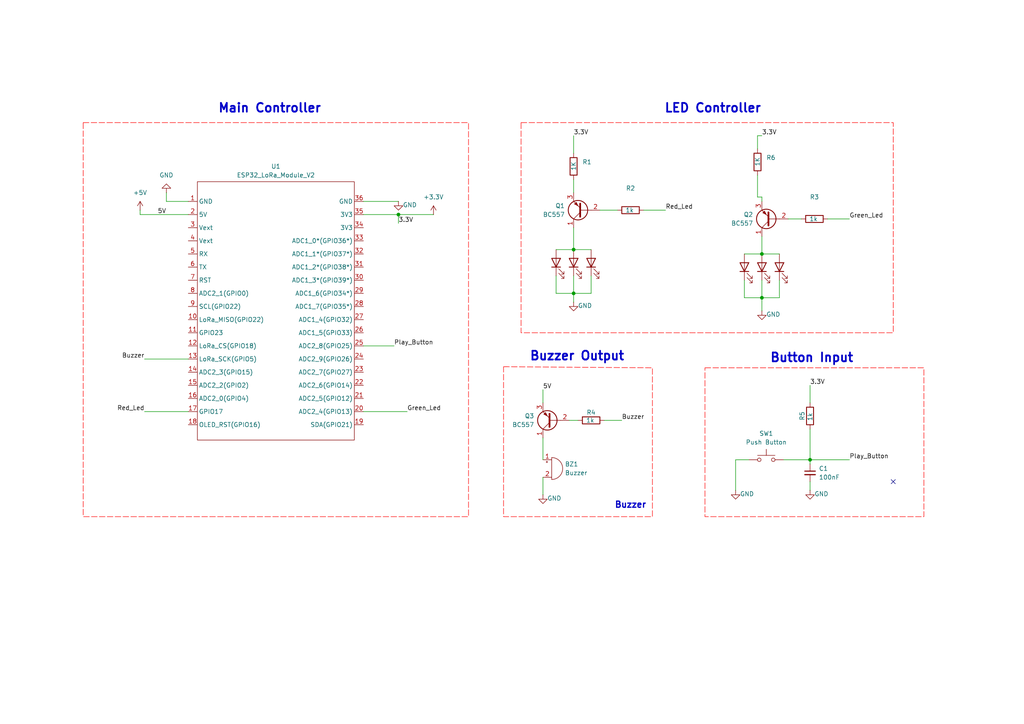
<source format=kicad_sch>
(kicad_sch
	(version 20250114)
	(generator "eeschema")
	(generator_version "9.0")
	(uuid "1e8ec414-7a03-4f85-bb9a-623c7a19e476")
	(paper "A4")
	(title_block
		(title "Mini Gaming Console")
		(company "ComponentKini")
	)
	(lib_symbols
		(symbol "Device:Buzzer"
			(pin_names
				(offset 0.0254)
				(hide yes)
			)
			(exclude_from_sim no)
			(in_bom yes)
			(on_board yes)
			(property "Reference" "BZ"
				(at 3.81 1.27 0)
				(effects
					(font
						(size 1.27 1.27)
					)
					(justify left)
				)
			)
			(property "Value" "Buzzer"
				(at 3.81 -1.27 0)
				(effects
					(font
						(size 1.27 1.27)
					)
					(justify left)
				)
			)
			(property "Footprint" ""
				(at -0.635 2.54 90)
				(effects
					(font
						(size 1.27 1.27)
					)
					(hide yes)
				)
			)
			(property "Datasheet" "~"
				(at -0.635 2.54 90)
				(effects
					(font
						(size 1.27 1.27)
					)
					(hide yes)
				)
			)
			(property "Description" "Buzzer, polarized"
				(at 0 0 0)
				(effects
					(font
						(size 1.27 1.27)
					)
					(hide yes)
				)
			)
			(property "ki_keywords" "quartz resonator ceramic"
				(at 0 0 0)
				(effects
					(font
						(size 1.27 1.27)
					)
					(hide yes)
				)
			)
			(property "ki_fp_filters" "*Buzzer*"
				(at 0 0 0)
				(effects
					(font
						(size 1.27 1.27)
					)
					(hide yes)
				)
			)
			(symbol "Buzzer_0_1"
				(polyline
					(pts
						(xy -1.651 1.905) (xy -1.143 1.905)
					)
					(stroke
						(width 0)
						(type default)
					)
					(fill
						(type none)
					)
				)
				(polyline
					(pts
						(xy -1.397 2.159) (xy -1.397 1.651)
					)
					(stroke
						(width 0)
						(type default)
					)
					(fill
						(type none)
					)
				)
				(arc
					(start 0 3.175)
					(mid 3.1612 0)
					(end 0 -3.175)
					(stroke
						(width 0)
						(type default)
					)
					(fill
						(type none)
					)
				)
				(polyline
					(pts
						(xy 0 3.175) (xy 0 -3.175)
					)
					(stroke
						(width 0)
						(type default)
					)
					(fill
						(type none)
					)
				)
			)
			(symbol "Buzzer_1_1"
				(pin passive line
					(at -2.54 2.54 0)
					(length 2.54)
					(name "+"
						(effects
							(font
								(size 1.27 1.27)
							)
						)
					)
					(number "1"
						(effects
							(font
								(size 1.27 1.27)
							)
						)
					)
				)
				(pin passive line
					(at -2.54 -2.54 0)
					(length 2.54)
					(name "-"
						(effects
							(font
								(size 1.27 1.27)
							)
						)
					)
					(number "2"
						(effects
							(font
								(size 1.27 1.27)
							)
						)
					)
				)
			)
			(embedded_fonts no)
		)
		(symbol "Device:C_Small"
			(pin_numbers
				(hide yes)
			)
			(pin_names
				(offset 0.254)
				(hide yes)
			)
			(exclude_from_sim no)
			(in_bom yes)
			(on_board yes)
			(property "Reference" "C"
				(at 0.254 1.778 0)
				(effects
					(font
						(size 1.27 1.27)
					)
					(justify left)
				)
			)
			(property "Value" "C_Small"
				(at 0.254 -2.032 0)
				(effects
					(font
						(size 1.27 1.27)
					)
					(justify left)
				)
			)
			(property "Footprint" ""
				(at 0 0 0)
				(effects
					(font
						(size 1.27 1.27)
					)
					(hide yes)
				)
			)
			(property "Datasheet" "~"
				(at 0 0 0)
				(effects
					(font
						(size 1.27 1.27)
					)
					(hide yes)
				)
			)
			(property "Description" "Unpolarized capacitor, small symbol"
				(at 0 0 0)
				(effects
					(font
						(size 1.27 1.27)
					)
					(hide yes)
				)
			)
			(property "ki_keywords" "capacitor cap"
				(at 0 0 0)
				(effects
					(font
						(size 1.27 1.27)
					)
					(hide yes)
				)
			)
			(property "ki_fp_filters" "C_*"
				(at 0 0 0)
				(effects
					(font
						(size 1.27 1.27)
					)
					(hide yes)
				)
			)
			(symbol "C_Small_0_1"
				(polyline
					(pts
						(xy -1.524 0.508) (xy 1.524 0.508)
					)
					(stroke
						(width 0.3048)
						(type default)
					)
					(fill
						(type none)
					)
				)
				(polyline
					(pts
						(xy -1.524 -0.508) (xy 1.524 -0.508)
					)
					(stroke
						(width 0.3302)
						(type default)
					)
					(fill
						(type none)
					)
				)
			)
			(symbol "C_Small_1_1"
				(pin passive line
					(at 0 2.54 270)
					(length 2.032)
					(name "~"
						(effects
							(font
								(size 1.27 1.27)
							)
						)
					)
					(number "1"
						(effects
							(font
								(size 1.27 1.27)
							)
						)
					)
				)
				(pin passive line
					(at 0 -2.54 90)
					(length 2.032)
					(name "~"
						(effects
							(font
								(size 1.27 1.27)
							)
						)
					)
					(number "2"
						(effects
							(font
								(size 1.27 1.27)
							)
						)
					)
				)
			)
			(embedded_fonts no)
		)
		(symbol "Device:LED"
			(pin_numbers
				(hide yes)
			)
			(pin_names
				(offset 1.016)
				(hide yes)
			)
			(exclude_from_sim no)
			(in_bom yes)
			(on_board yes)
			(property "Reference" "D"
				(at 0 2.54 0)
				(effects
					(font
						(size 1.27 1.27)
					)
				)
			)
			(property "Value" "LED"
				(at 0 -2.54 0)
				(effects
					(font
						(size 1.27 1.27)
					)
				)
			)
			(property "Footprint" ""
				(at 0 0 0)
				(effects
					(font
						(size 1.27 1.27)
					)
					(hide yes)
				)
			)
			(property "Datasheet" "~"
				(at 0 0 0)
				(effects
					(font
						(size 1.27 1.27)
					)
					(hide yes)
				)
			)
			(property "Description" "Light emitting diode"
				(at 0 0 0)
				(effects
					(font
						(size 1.27 1.27)
					)
					(hide yes)
				)
			)
			(property "Sim.Pins" "1=K 2=A"
				(at 0 0 0)
				(effects
					(font
						(size 1.27 1.27)
					)
					(hide yes)
				)
			)
			(property "ki_keywords" "LED diode"
				(at 0 0 0)
				(effects
					(font
						(size 1.27 1.27)
					)
					(hide yes)
				)
			)
			(property "ki_fp_filters" "LED* LED_SMD:* LED_THT:*"
				(at 0 0 0)
				(effects
					(font
						(size 1.27 1.27)
					)
					(hide yes)
				)
			)
			(symbol "LED_0_1"
				(polyline
					(pts
						(xy -3.048 -0.762) (xy -4.572 -2.286) (xy -3.81 -2.286) (xy -4.572 -2.286) (xy -4.572 -1.524)
					)
					(stroke
						(width 0)
						(type default)
					)
					(fill
						(type none)
					)
				)
				(polyline
					(pts
						(xy -1.778 -0.762) (xy -3.302 -2.286) (xy -2.54 -2.286) (xy -3.302 -2.286) (xy -3.302 -1.524)
					)
					(stroke
						(width 0)
						(type default)
					)
					(fill
						(type none)
					)
				)
				(polyline
					(pts
						(xy -1.27 0) (xy 1.27 0)
					)
					(stroke
						(width 0)
						(type default)
					)
					(fill
						(type none)
					)
				)
				(polyline
					(pts
						(xy -1.27 -1.27) (xy -1.27 1.27)
					)
					(stroke
						(width 0.254)
						(type default)
					)
					(fill
						(type none)
					)
				)
				(polyline
					(pts
						(xy 1.27 -1.27) (xy 1.27 1.27) (xy -1.27 0) (xy 1.27 -1.27)
					)
					(stroke
						(width 0.254)
						(type default)
					)
					(fill
						(type none)
					)
				)
			)
			(symbol "LED_1_1"
				(pin passive line
					(at -3.81 0 0)
					(length 2.54)
					(name "K"
						(effects
							(font
								(size 1.27 1.27)
							)
						)
					)
					(number "1"
						(effects
							(font
								(size 1.27 1.27)
							)
						)
					)
				)
				(pin passive line
					(at 3.81 0 180)
					(length 2.54)
					(name "A"
						(effects
							(font
								(size 1.27 1.27)
							)
						)
					)
					(number "2"
						(effects
							(font
								(size 1.27 1.27)
							)
						)
					)
				)
			)
			(embedded_fonts no)
		)
		(symbol "Device:R"
			(pin_numbers
				(hide yes)
			)
			(pin_names
				(offset 0)
			)
			(exclude_from_sim no)
			(in_bom yes)
			(on_board yes)
			(property "Reference" "R"
				(at 2.032 0 90)
				(effects
					(font
						(size 1.27 1.27)
					)
				)
			)
			(property "Value" "R"
				(at 0 0 90)
				(effects
					(font
						(size 1.27 1.27)
					)
				)
			)
			(property "Footprint" ""
				(at -1.778 0 90)
				(effects
					(font
						(size 1.27 1.27)
					)
					(hide yes)
				)
			)
			(property "Datasheet" "~"
				(at 0 0 0)
				(effects
					(font
						(size 1.27 1.27)
					)
					(hide yes)
				)
			)
			(property "Description" "Resistor"
				(at 0 0 0)
				(effects
					(font
						(size 1.27 1.27)
					)
					(hide yes)
				)
			)
			(property "ki_keywords" "R res resistor"
				(at 0 0 0)
				(effects
					(font
						(size 1.27 1.27)
					)
					(hide yes)
				)
			)
			(property "ki_fp_filters" "R_*"
				(at 0 0 0)
				(effects
					(font
						(size 1.27 1.27)
					)
					(hide yes)
				)
			)
			(symbol "R_0_1"
				(rectangle
					(start -1.016 -2.54)
					(end 1.016 2.54)
					(stroke
						(width 0.254)
						(type default)
					)
					(fill
						(type none)
					)
				)
			)
			(symbol "R_1_1"
				(pin passive line
					(at 0 3.81 270)
					(length 1.27)
					(name "~"
						(effects
							(font
								(size 1.27 1.27)
							)
						)
					)
					(number "1"
						(effects
							(font
								(size 1.27 1.27)
							)
						)
					)
				)
				(pin passive line
					(at 0 -3.81 90)
					(length 1.27)
					(name "~"
						(effects
							(font
								(size 1.27 1.27)
							)
						)
					)
					(number "2"
						(effects
							(font
								(size 1.27 1.27)
							)
						)
					)
				)
			)
			(embedded_fonts no)
		)
		(symbol "ESP32_LORA_V2.0:ESP32_LoRa_Module_V2"
			(exclude_from_sim no)
			(in_bom yes)
			(on_board yes)
			(property "Reference" "U"
				(at 0 1.016 0)
				(effects
					(font
						(size 1.27 1.27)
						(thickness 0.1588)
					)
				)
			)
			(property "Value" "ESP32_LoRa_Module_V2"
				(at 0 -1.524 0)
				(effects
					(font
						(size 1.27 1.27)
						(thickness 0.1588)
					)
				)
			)
			(property "Footprint" ""
				(at 0 0 0)
				(effects
					(font
						(size 250 250)
						(thickness 31.25)
					)
					(hide yes)
				)
			)
			(property "Datasheet" ""
				(at 0 0 0)
				(effects
					(font
						(size 250 250)
						(thickness 31.25)
					)
					(hide yes)
				)
			)
			(property "Description" ""
				(at 0 0 0)
				(effects
					(font
						(size 250 250)
						(thickness 31.25)
					)
					(hide yes)
				)
			)
			(symbol "ESP32_LoRa_Module_V2_0_1"
				(rectangle
					(start -22.7607 -3.175)
					(end 22.7607 -78.105)
					(stroke
						(width 0)
						(type default)
					)
					(fill
						(type none)
					)
				)
			)
			(symbol "ESP32_LoRa_Module_V2_1_1"
				(pin power_in line
					(at -25.4 -8.89 0)
					(length 2.54)
					(name "GND"
						(effects
							(font
								(size 1.27 1.27)
							)
						)
					)
					(number "1"
						(effects
							(font
								(size 1.27 1.27)
							)
						)
					)
				)
				(pin power_in line
					(at -25.4 -12.7 0)
					(length 2.54)
					(name "5V"
						(effects
							(font
								(size 1.27 1.27)
							)
						)
					)
					(number "2"
						(effects
							(font
								(size 1.27 1.27)
							)
						)
					)
				)
				(pin power_in line
					(at -25.4 -16.51 0)
					(length 2.54)
					(name "Vext"
						(effects
							(font
								(size 1.27 1.27)
							)
						)
					)
					(number "3"
						(effects
							(font
								(size 1.27 1.27)
							)
						)
					)
				)
				(pin power_in line
					(at -25.4 -20.32 0)
					(length 2.54)
					(name "Vext"
						(effects
							(font
								(size 1.27 1.27)
							)
						)
					)
					(number "4"
						(effects
							(font
								(size 1.27 1.27)
							)
						)
					)
				)
				(pin bidirectional line
					(at -25.4 -24.13 0)
					(length 2.54)
					(name "RX"
						(effects
							(font
								(size 1.27 1.27)
							)
						)
					)
					(number "5"
						(effects
							(font
								(size 1.27 1.27)
							)
						)
					)
				)
				(pin bidirectional line
					(at -25.4 -27.94 0)
					(length 2.54)
					(name "TX"
						(effects
							(font
								(size 1.27 1.27)
							)
						)
					)
					(number "6"
						(effects
							(font
								(size 1.27 1.27)
							)
						)
					)
				)
				(pin input line
					(at -25.4 -31.75 0)
					(length 2.54)
					(name "RST"
						(effects
							(font
								(size 1.27 1.27)
							)
						)
					)
					(number "7"
						(effects
							(font
								(size 1.27 1.27)
							)
						)
					)
				)
				(pin bidirectional line
					(at -25.4 -35.56 0)
					(length 2.54)
					(name "ADC2_1(GPIO0)"
						(effects
							(font
								(size 1.27 1.27)
							)
						)
					)
					(number "8"
						(effects
							(font
								(size 1.27 1.27)
							)
						)
					)
				)
				(pin bidirectional line
					(at -25.4 -39.37 0)
					(length 2.54)
					(name "SCL(GPIO22)"
						(effects
							(font
								(size 1.27 1.27)
							)
						)
					)
					(number "9"
						(effects
							(font
								(size 1.27 1.27)
							)
						)
					)
				)
				(pin bidirectional line
					(at -25.4 -43.18 0)
					(length 2.54)
					(name "LoRa_MISO(GPIO22)"
						(effects
							(font
								(size 1.27 1.27)
							)
						)
					)
					(number "10"
						(effects
							(font
								(size 1.27 1.27)
							)
						)
					)
				)
				(pin bidirectional line
					(at -25.4 -46.99 0)
					(length 2.54)
					(name "GPIO23"
						(effects
							(font
								(size 1.27 1.27)
							)
						)
					)
					(number "11"
						(effects
							(font
								(size 1.27 1.27)
							)
						)
					)
				)
				(pin bidirectional line
					(at -25.4 -50.8 0)
					(length 2.54)
					(name "LoRa_CS(GPIO18)"
						(effects
							(font
								(size 1.27 1.27)
							)
						)
					)
					(number "12"
						(effects
							(font
								(size 1.27 1.27)
							)
						)
					)
				)
				(pin bidirectional line
					(at -25.4 -54.61 0)
					(length 2.54)
					(name "LoRa_SCK(GPIO5)"
						(effects
							(font
								(size 1.27 1.27)
							)
						)
					)
					(number "13"
						(effects
							(font
								(size 1.27 1.27)
							)
						)
					)
				)
				(pin bidirectional line
					(at -25.4 -58.42 0)
					(length 2.54)
					(name "ADC2_3(GPIO15)"
						(effects
							(font
								(size 1.27 1.27)
							)
						)
					)
					(number "14"
						(effects
							(font
								(size 1.27 1.27)
							)
						)
					)
				)
				(pin bidirectional line
					(at -25.4 -62.23 0)
					(length 2.54)
					(name "ADC2_2(GPIO2)"
						(effects
							(font
								(size 1.27 1.27)
							)
						)
					)
					(number "15"
						(effects
							(font
								(size 1.27 1.27)
							)
						)
					)
				)
				(pin bidirectional line
					(at -25.4 -66.04 0)
					(length 2.54)
					(name "ADC2_0(GPIO4)"
						(effects
							(font
								(size 1.27 1.27)
							)
						)
					)
					(number "16"
						(effects
							(font
								(size 1.27 1.27)
							)
						)
					)
				)
				(pin bidirectional line
					(at -25.4 -69.85 0)
					(length 2.54)
					(name "GPIO17"
						(effects
							(font
								(size 1.27 1.27)
							)
						)
					)
					(number "17"
						(effects
							(font
								(size 1.27 1.27)
							)
						)
					)
				)
				(pin bidirectional line
					(at -25.4 -73.66 0)
					(length 2.54)
					(name "OLED_RST(GPIO16)"
						(effects
							(font
								(size 1.27 1.27)
							)
						)
					)
					(number "18"
						(effects
							(font
								(size 1.27 1.27)
							)
						)
					)
				)
				(pin power_in line
					(at 25.4 -8.89 180)
					(length 2.54)
					(name "GND"
						(effects
							(font
								(size 1.27 1.27)
							)
						)
					)
					(number "36"
						(effects
							(font
								(size 1.27 1.27)
							)
						)
					)
				)
				(pin power_in line
					(at 25.4 -12.7 180)
					(length 2.54)
					(name "3V3"
						(effects
							(font
								(size 1.27 1.27)
							)
						)
					)
					(number "35"
						(effects
							(font
								(size 1.27 1.27)
							)
						)
					)
				)
				(pin power_in line
					(at 25.4 -16.51 180)
					(length 2.54)
					(name "3V3"
						(effects
							(font
								(size 1.27 1.27)
							)
						)
					)
					(number "34"
						(effects
							(font
								(size 1.27 1.27)
							)
						)
					)
				)
				(pin bidirectional line
					(at 25.4 -20.32 180)
					(length 2.54)
					(name "ADC1_0*(GPIO36*)"
						(effects
							(font
								(size 1.27 1.27)
							)
						)
					)
					(number "33"
						(effects
							(font
								(size 1.27 1.27)
							)
						)
					)
				)
				(pin bidirectional line
					(at 25.4 -24.13 180)
					(length 2.54)
					(name "ADC1_1*(GPIO37*)"
						(effects
							(font
								(size 1.27 1.27)
							)
						)
					)
					(number "32"
						(effects
							(font
								(size 1.27 1.27)
							)
						)
					)
				)
				(pin bidirectional line
					(at 25.4 -27.94 180)
					(length 2.54)
					(name "ADC1_2*(GPIO38*)"
						(effects
							(font
								(size 1.27 1.27)
							)
						)
					)
					(number "31"
						(effects
							(font
								(size 1.27 1.27)
							)
						)
					)
				)
				(pin bidirectional line
					(at 25.4 -31.75 180)
					(length 2.54)
					(name "ADC1_3*(GPIO39*)"
						(effects
							(font
								(size 1.27 1.27)
							)
						)
					)
					(number "30"
						(effects
							(font
								(size 1.27 1.27)
							)
						)
					)
				)
				(pin bidirectional line
					(at 25.4 -35.56 180)
					(length 2.54)
					(name "ADC1_6(GPIO34*)"
						(effects
							(font
								(size 1.27 1.27)
							)
						)
					)
					(number "29"
						(effects
							(font
								(size 1.27 1.27)
							)
						)
					)
				)
				(pin bidirectional line
					(at 25.4 -39.37 180)
					(length 2.54)
					(name "ADC1_7(GPIO35*)"
						(effects
							(font
								(size 1.27 1.27)
							)
						)
					)
					(number "28"
						(effects
							(font
								(size 1.27 1.27)
							)
						)
					)
				)
				(pin bidirectional line
					(at 25.4 -43.18 180)
					(length 2.54)
					(name "ADC1_4(GPIO32)"
						(effects
							(font
								(size 1.27 1.27)
							)
						)
					)
					(number "27"
						(effects
							(font
								(size 1.27 1.27)
							)
						)
					)
				)
				(pin bidirectional line
					(at 25.4 -46.99 180)
					(length 2.54)
					(name "ADC1_5(GPIO33)"
						(effects
							(font
								(size 1.27 1.27)
							)
						)
					)
					(number "26"
						(effects
							(font
								(size 1.27 1.27)
							)
						)
					)
				)
				(pin bidirectional line
					(at 25.4 -50.8 180)
					(length 2.54)
					(name "ADC2_8(GPIO25)"
						(effects
							(font
								(size 1.27 1.27)
							)
						)
					)
					(number "25"
						(effects
							(font
								(size 1.27 1.27)
							)
						)
					)
				)
				(pin bidirectional line
					(at 25.4 -54.61 180)
					(length 2.54)
					(name "ADC2_9(GPIO26)"
						(effects
							(font
								(size 1.27 1.27)
							)
						)
					)
					(number "24"
						(effects
							(font
								(size 1.27 1.27)
							)
						)
					)
				)
				(pin bidirectional line
					(at 25.4 -58.42 180)
					(length 2.54)
					(name "ADC2_7(GPIO27)"
						(effects
							(font
								(size 1.27 1.27)
							)
						)
					)
					(number "23"
						(effects
							(font
								(size 1.27 1.27)
							)
						)
					)
				)
				(pin bidirectional line
					(at 25.4 -62.23 180)
					(length 2.54)
					(name "ADC2_6(GPIO14)"
						(effects
							(font
								(size 1.27 1.27)
							)
						)
					)
					(number "22"
						(effects
							(font
								(size 1.27 1.27)
							)
						)
					)
				)
				(pin bidirectional line
					(at 25.4 -66.04 180)
					(length 2.54)
					(name "ADC2_5(GPIO12)"
						(effects
							(font
								(size 1.27 1.27)
							)
						)
					)
					(number "21"
						(effects
							(font
								(size 1.27 1.27)
							)
						)
					)
				)
				(pin bidirectional line
					(at 25.4 -69.85 180)
					(length 2.54)
					(name "ADC2_4(GPIO13)"
						(effects
							(font
								(size 1.27 1.27)
							)
						)
					)
					(number "20"
						(effects
							(font
								(size 1.27 1.27)
							)
						)
					)
				)
				(pin bidirectional line
					(at 25.4 -73.66 180)
					(length 2.54)
					(name "SDA(GPIO21)"
						(effects
							(font
								(size 1.27 1.27)
							)
						)
					)
					(number "19"
						(effects
							(font
								(size 1.27 1.27)
							)
						)
					)
				)
			)
			(embedded_fonts no)
		)
		(symbol "Switch:SW_Push"
			(pin_numbers
				(hide yes)
			)
			(pin_names
				(offset 1.016)
				(hide yes)
			)
			(exclude_from_sim no)
			(in_bom yes)
			(on_board yes)
			(property "Reference" "SW"
				(at 1.27 2.54 0)
				(effects
					(font
						(size 1.27 1.27)
					)
					(justify left)
				)
			)
			(property "Value" "SW_Push"
				(at 0 -1.524 0)
				(effects
					(font
						(size 1.27 1.27)
					)
				)
			)
			(property "Footprint" ""
				(at 0 5.08 0)
				(effects
					(font
						(size 1.27 1.27)
					)
					(hide yes)
				)
			)
			(property "Datasheet" "~"
				(at 0 5.08 0)
				(effects
					(font
						(size 1.27 1.27)
					)
					(hide yes)
				)
			)
			(property "Description" "Push button switch, generic, two pins"
				(at 0 0 0)
				(effects
					(font
						(size 1.27 1.27)
					)
					(hide yes)
				)
			)
			(property "ki_keywords" "switch normally-open pushbutton push-button"
				(at 0 0 0)
				(effects
					(font
						(size 1.27 1.27)
					)
					(hide yes)
				)
			)
			(symbol "SW_Push_0_1"
				(circle
					(center -2.032 0)
					(radius 0.508)
					(stroke
						(width 0)
						(type default)
					)
					(fill
						(type none)
					)
				)
				(polyline
					(pts
						(xy 0 1.27) (xy 0 3.048)
					)
					(stroke
						(width 0)
						(type default)
					)
					(fill
						(type none)
					)
				)
				(circle
					(center 2.032 0)
					(radius 0.508)
					(stroke
						(width 0)
						(type default)
					)
					(fill
						(type none)
					)
				)
				(polyline
					(pts
						(xy 2.54 1.27) (xy -2.54 1.27)
					)
					(stroke
						(width 0)
						(type default)
					)
					(fill
						(type none)
					)
				)
				(pin passive line
					(at -5.08 0 0)
					(length 2.54)
					(name "1"
						(effects
							(font
								(size 1.27 1.27)
							)
						)
					)
					(number "1"
						(effects
							(font
								(size 1.27 1.27)
							)
						)
					)
				)
				(pin passive line
					(at 5.08 0 180)
					(length 2.54)
					(name "2"
						(effects
							(font
								(size 1.27 1.27)
							)
						)
					)
					(number "2"
						(effects
							(font
								(size 1.27 1.27)
							)
						)
					)
				)
			)
			(embedded_fonts no)
		)
		(symbol "Transistor_BJT:BC557"
			(pin_names
				(offset 0)
				(hide yes)
			)
			(exclude_from_sim no)
			(in_bom yes)
			(on_board yes)
			(property "Reference" "Q"
				(at 5.08 1.905 0)
				(effects
					(font
						(size 1.27 1.27)
					)
					(justify left)
				)
			)
			(property "Value" "BC557"
				(at 5.08 0 0)
				(effects
					(font
						(size 1.27 1.27)
					)
					(justify left)
				)
			)
			(property "Footprint" "Package_TO_SOT_THT:TO-92_Inline"
				(at 5.08 -1.905 0)
				(effects
					(font
						(size 1.27 1.27)
						(italic yes)
					)
					(justify left)
					(hide yes)
				)
			)
			(property "Datasheet" "https://www.onsemi.com/pub/Collateral/BC556BTA-D.pdf"
				(at 0 0 0)
				(effects
					(font
						(size 1.27 1.27)
					)
					(justify left)
					(hide yes)
				)
			)
			(property "Description" "0.1A Ic, 45V Vce, PNP Small Signal Transistor, TO-92"
				(at 0 0 0)
				(effects
					(font
						(size 1.27 1.27)
					)
					(hide yes)
				)
			)
			(property "ki_keywords" "PNP Transistor"
				(at 0 0 0)
				(effects
					(font
						(size 1.27 1.27)
					)
					(hide yes)
				)
			)
			(property "ki_fp_filters" "TO?92*"
				(at 0 0 0)
				(effects
					(font
						(size 1.27 1.27)
					)
					(hide yes)
				)
			)
			(symbol "BC557_0_1"
				(polyline
					(pts
						(xy -2.54 0) (xy 0.635 0)
					)
					(stroke
						(width 0)
						(type default)
					)
					(fill
						(type none)
					)
				)
				(polyline
					(pts
						(xy 0.635 1.905) (xy 0.635 -1.905)
					)
					(stroke
						(width 0.508)
						(type default)
					)
					(fill
						(type none)
					)
				)
				(polyline
					(pts
						(xy 0.635 0.635) (xy 2.54 2.54)
					)
					(stroke
						(width 0)
						(type default)
					)
					(fill
						(type none)
					)
				)
				(polyline
					(pts
						(xy 0.635 -0.635) (xy 2.54 -2.54)
					)
					(stroke
						(width 0)
						(type default)
					)
					(fill
						(type none)
					)
				)
				(circle
					(center 1.27 0)
					(radius 2.8194)
					(stroke
						(width 0.254)
						(type default)
					)
					(fill
						(type none)
					)
				)
				(polyline
					(pts
						(xy 2.286 -1.778) (xy 1.778 -2.286) (xy 1.27 -1.27) (xy 2.286 -1.778)
					)
					(stroke
						(width 0)
						(type default)
					)
					(fill
						(type outline)
					)
				)
			)
			(symbol "BC557_1_1"
				(pin input line
					(at -5.08 0 0)
					(length 2.54)
					(name "B"
						(effects
							(font
								(size 1.27 1.27)
							)
						)
					)
					(number "2"
						(effects
							(font
								(size 1.27 1.27)
							)
						)
					)
				)
				(pin passive line
					(at 2.54 5.08 270)
					(length 2.54)
					(name "C"
						(effects
							(font
								(size 1.27 1.27)
							)
						)
					)
					(number "1"
						(effects
							(font
								(size 1.27 1.27)
							)
						)
					)
				)
				(pin passive line
					(at 2.54 -5.08 90)
					(length 2.54)
					(name "E"
						(effects
							(font
								(size 1.27 1.27)
							)
						)
					)
					(number "3"
						(effects
							(font
								(size 1.27 1.27)
							)
						)
					)
				)
			)
			(embedded_fonts no)
		)
		(symbol "power:+3.3V"
			(power)
			(pin_numbers
				(hide yes)
			)
			(pin_names
				(offset 0)
				(hide yes)
			)
			(exclude_from_sim no)
			(in_bom yes)
			(on_board yes)
			(property "Reference" "#PWR"
				(at 0 -3.81 0)
				(effects
					(font
						(size 1.27 1.27)
					)
					(hide yes)
				)
			)
			(property "Value" "+3.3V"
				(at 0 3.556 0)
				(effects
					(font
						(size 1.27 1.27)
					)
				)
			)
			(property "Footprint" ""
				(at 0 0 0)
				(effects
					(font
						(size 1.27 1.27)
					)
					(hide yes)
				)
			)
			(property "Datasheet" ""
				(at 0 0 0)
				(effects
					(font
						(size 1.27 1.27)
					)
					(hide yes)
				)
			)
			(property "Description" "Power symbol creates a global label with name \"+3.3V\""
				(at 0 0 0)
				(effects
					(font
						(size 1.27 1.27)
					)
					(hide yes)
				)
			)
			(property "ki_keywords" "global power"
				(at 0 0 0)
				(effects
					(font
						(size 1.27 1.27)
					)
					(hide yes)
				)
			)
			(symbol "+3.3V_0_1"
				(polyline
					(pts
						(xy -0.762 1.27) (xy 0 2.54)
					)
					(stroke
						(width 0)
						(type default)
					)
					(fill
						(type none)
					)
				)
				(polyline
					(pts
						(xy 0 2.54) (xy 0.762 1.27)
					)
					(stroke
						(width 0)
						(type default)
					)
					(fill
						(type none)
					)
				)
				(polyline
					(pts
						(xy 0 0) (xy 0 2.54)
					)
					(stroke
						(width 0)
						(type default)
					)
					(fill
						(type none)
					)
				)
			)
			(symbol "+3.3V_1_1"
				(pin power_in line
					(at 0 0 90)
					(length 0)
					(name "~"
						(effects
							(font
								(size 1.27 1.27)
							)
						)
					)
					(number "1"
						(effects
							(font
								(size 1.27 1.27)
							)
						)
					)
				)
			)
			(embedded_fonts no)
		)
		(symbol "power:+5V"
			(power)
			(pin_numbers
				(hide yes)
			)
			(pin_names
				(offset 0)
				(hide yes)
			)
			(exclude_from_sim no)
			(in_bom yes)
			(on_board yes)
			(property "Reference" "#PWR"
				(at 0 -3.81 0)
				(effects
					(font
						(size 1.27 1.27)
					)
					(hide yes)
				)
			)
			(property "Value" "+5V"
				(at 0 3.556 0)
				(effects
					(font
						(size 1.27 1.27)
					)
				)
			)
			(property "Footprint" ""
				(at 0 0 0)
				(effects
					(font
						(size 1.27 1.27)
					)
					(hide yes)
				)
			)
			(property "Datasheet" ""
				(at 0 0 0)
				(effects
					(font
						(size 1.27 1.27)
					)
					(hide yes)
				)
			)
			(property "Description" "Power symbol creates a global label with name \"+5V\""
				(at 0 0 0)
				(effects
					(font
						(size 1.27 1.27)
					)
					(hide yes)
				)
			)
			(property "ki_keywords" "global power"
				(at 0 0 0)
				(effects
					(font
						(size 1.27 1.27)
					)
					(hide yes)
				)
			)
			(symbol "+5V_0_1"
				(polyline
					(pts
						(xy -0.762 1.27) (xy 0 2.54)
					)
					(stroke
						(width 0)
						(type default)
					)
					(fill
						(type none)
					)
				)
				(polyline
					(pts
						(xy 0 2.54) (xy 0.762 1.27)
					)
					(stroke
						(width 0)
						(type default)
					)
					(fill
						(type none)
					)
				)
				(polyline
					(pts
						(xy 0 0) (xy 0 2.54)
					)
					(stroke
						(width 0)
						(type default)
					)
					(fill
						(type none)
					)
				)
			)
			(symbol "+5V_1_1"
				(pin power_in line
					(at 0 0 90)
					(length 0)
					(name "~"
						(effects
							(font
								(size 1.27 1.27)
							)
						)
					)
					(number "1"
						(effects
							(font
								(size 1.27 1.27)
							)
						)
					)
				)
			)
			(embedded_fonts no)
		)
		(symbol "power:GND"
			(power)
			(pin_numbers
				(hide yes)
			)
			(pin_names
				(offset 0)
				(hide yes)
			)
			(exclude_from_sim no)
			(in_bom yes)
			(on_board yes)
			(property "Reference" "#PWR"
				(at 0 -6.35 0)
				(effects
					(font
						(size 1.27 1.27)
					)
					(hide yes)
				)
			)
			(property "Value" "GND"
				(at 0 -3.81 0)
				(effects
					(font
						(size 1.27 1.27)
					)
				)
			)
			(property "Footprint" ""
				(at 0 0 0)
				(effects
					(font
						(size 1.27 1.27)
					)
					(hide yes)
				)
			)
			(property "Datasheet" ""
				(at 0 0 0)
				(effects
					(font
						(size 1.27 1.27)
					)
					(hide yes)
				)
			)
			(property "Description" "Power symbol creates a global label with name \"GND\" , ground"
				(at 0 0 0)
				(effects
					(font
						(size 1.27 1.27)
					)
					(hide yes)
				)
			)
			(property "ki_keywords" "global power"
				(at 0 0 0)
				(effects
					(font
						(size 1.27 1.27)
					)
					(hide yes)
				)
			)
			(symbol "GND_0_1"
				(polyline
					(pts
						(xy 0 0) (xy 0 -1.27) (xy 1.27 -1.27) (xy 0 -2.54) (xy -1.27 -1.27) (xy 0 -1.27)
					)
					(stroke
						(width 0)
						(type default)
					)
					(fill
						(type none)
					)
				)
			)
			(symbol "GND_1_1"
				(pin power_in line
					(at 0 0 270)
					(length 0)
					(name "~"
						(effects
							(font
								(size 1.27 1.27)
							)
						)
					)
					(number "1"
						(effects
							(font
								(size 1.27 1.27)
							)
						)
					)
				)
			)
			(embedded_fonts no)
		)
	)
	(rectangle
		(start 204.47 106.68)
		(end 267.97 149.86)
		(stroke
			(width 0)
			(type dash)
			(color 255 0 0 1)
		)
		(fill
			(type none)
		)
		(uuid b58042f1-0c7c-403c-99d8-a606fd7f785a)
	)
	(text "Button Input"
		(exclude_from_sim no)
		(at 235.458 103.886 0)
		(effects
			(font
				(size 2.54 2.54)
				(thickness 0.508)
				(bold yes)
			)
		)
		(uuid "5dcc5cef-7589-4918-aada-bdcc8d09a9c2")
	)
	(text "Buzzer"
		(exclude_from_sim no)
		(at 182.88 146.558 0)
		(effects
			(font
				(size 1.778 1.778)
				(thickness 0.3556)
				(bold yes)
			)
		)
		(uuid "7dc5383d-463e-43fc-a65f-718e2ffe44a1")
	)
	(text "Buzzer Output"
		(exclude_from_sim no)
		(at 167.386 103.378 0)
		(effects
			(font
				(size 2.54 2.54)
				(thickness 0.508)
				(bold yes)
			)
		)
		(uuid "b3b12f10-cf42-423b-8098-fb3af76edaa9")
	)
	(text "LED Controller"
		(exclude_from_sim no)
		(at 206.756 31.496 0)
		(effects
			(font
				(size 2.54 2.54)
				(thickness 0.508)
				(bold yes)
			)
		)
		(uuid "cdaa28d6-0d32-493f-8edc-4a961ecfb8e4")
	)
	(text "Main Controller"
		(exclude_from_sim no)
		(at 78.232 31.496 0)
		(effects
			(font
				(size 2.54 2.54)
				(thickness 0.508)
				(bold yes)
			)
		)
		(uuid "f6bf9d2e-927f-4071-b491-7585f576915c")
	)
	(junction
		(at 234.95 133.35)
		(diameter 0)
		(color 0 0 0 0)
		(uuid "0adfc995-b31c-492d-a990-c66cbe581888")
	)
	(junction
		(at 166.37 85.09)
		(diameter 0)
		(color 0 0 0 0)
		(uuid "0fcb20a2-8b3d-4796-9467-ba8f4a6a2a5a")
	)
	(junction
		(at 220.98 86.36)
		(diameter 0)
		(color 0 0 0 0)
		(uuid "376a9a03-fd7c-4e44-9499-81ed23638c5f")
	)
	(junction
		(at 166.37 72.39)
		(diameter 0)
		(color 0 0 0 0)
		(uuid "5fbeacdf-2c8a-45d2-8bfa-1262939e48fd")
	)
	(junction
		(at 220.98 73.66)
		(diameter 0)
		(color 0 0 0 0)
		(uuid "a21a25f2-770c-497b-8271-adb36e82dfec")
	)
	(junction
		(at 115.57 62.23)
		(diameter 0)
		(color 0 0 0 0)
		(uuid "b2808403-9dda-4d4a-be03-0facd35875ba")
	)
	(no_connect
		(at 259.08 139.7)
		(uuid "39d5b6d7-54a2-4531-9616-fc09be4ef79d")
	)
	(wire
		(pts
			(xy 173.99 60.96) (xy 179.07 60.96)
		)
		(stroke
			(width 0)
			(type default)
		)
		(uuid "010ed411-43bc-4484-9e6c-6e38a3979629")
	)
	(wire
		(pts
			(xy 40.64 62.23) (xy 40.64 60.96)
		)
		(stroke
			(width 0)
			(type default)
		)
		(uuid "1191a1f0-09b6-4dcb-9541-1d14b997f666")
	)
	(wire
		(pts
			(xy 217.17 133.35) (xy 213.36 133.35)
		)
		(stroke
			(width 0)
			(type default)
		)
		(uuid "14676cca-f96f-4b44-b527-28217fdb4ebc")
	)
	(wire
		(pts
			(xy 215.9 81.28) (xy 215.9 86.36)
		)
		(stroke
			(width 0)
			(type default)
		)
		(uuid "15efc8a8-d9ed-4695-9f53-79e0be245d56")
	)
	(wire
		(pts
			(xy 157.48 113.03) (xy 157.48 116.84)
		)
		(stroke
			(width 0)
			(type default)
		)
		(uuid "1c17b8d5-7b05-4d46-a35c-1ed2e1d6be83")
	)
	(wire
		(pts
			(xy 234.95 139.7) (xy 234.95 142.24)
		)
		(stroke
			(width 0)
			(type default)
		)
		(uuid "1ca53ac7-bf3c-4a9f-809c-946089140a94")
	)
	(wire
		(pts
			(xy 165.1 121.92) (xy 167.64 121.92)
		)
		(stroke
			(width 0)
			(type default)
		)
		(uuid "1db98cb3-26d8-4281-8a97-aae30c6b3a25")
	)
	(wire
		(pts
			(xy 220.98 86.36) (xy 220.98 90.17)
		)
		(stroke
			(width 0)
			(type default)
		)
		(uuid "224cedd6-a1a9-4490-91b3-3bb90935d55f")
	)
	(wire
		(pts
			(xy 161.29 85.09) (xy 166.37 85.09)
		)
		(stroke
			(width 0)
			(type default)
		)
		(uuid "27a650ac-b35f-4b58-a3a5-4cb5cd411ca5")
	)
	(wire
		(pts
			(xy 226.06 86.36) (xy 226.06 81.28)
		)
		(stroke
			(width 0)
			(type default)
		)
		(uuid "2ec0d561-9ba6-4625-8fcb-adfa65dafb8d")
	)
	(wire
		(pts
			(xy 105.41 119.38) (xy 118.11 119.38)
		)
		(stroke
			(width 0)
			(type default)
		)
		(uuid "330e510d-08d4-4d08-bce1-b3fe5a612650")
	)
	(wire
		(pts
			(xy 166.37 39.37) (xy 166.37 44.45)
		)
		(stroke
			(width 0)
			(type default)
		)
		(uuid "33c4fde7-7d5e-4511-b380-0756436736da")
	)
	(wire
		(pts
			(xy 220.98 68.58) (xy 220.98 73.66)
		)
		(stroke
			(width 0)
			(type default)
		)
		(uuid "33e6744b-5156-4f8e-af47-c93173eda003")
	)
	(wire
		(pts
			(xy 220.98 57.15) (xy 220.98 58.42)
		)
		(stroke
			(width 0)
			(type default)
		)
		(uuid "357909ee-60fd-4e0f-a427-1ab36f0beb7e")
	)
	(wire
		(pts
			(xy 234.95 133.35) (xy 234.95 124.46)
		)
		(stroke
			(width 0)
			(type default)
		)
		(uuid "3a266854-ab29-4200-90ac-a11de4b0a7d4")
	)
	(wire
		(pts
			(xy 157.48 127) (xy 157.48 133.35)
		)
		(stroke
			(width 0)
			(type default)
		)
		(uuid "439af3d1-4574-4572-9608-6e511be9e901")
	)
	(wire
		(pts
			(xy 166.37 66.04) (xy 166.37 72.39)
		)
		(stroke
			(width 0)
			(type default)
		)
		(uuid "4b1dcdc6-308a-4690-a1ea-69b1ce8ed4f0")
	)
	(wire
		(pts
			(xy 161.29 80.01) (xy 161.29 85.09)
		)
		(stroke
			(width 0)
			(type default)
		)
		(uuid "56538fae-27de-4899-874e-c4b0f272d561")
	)
	(wire
		(pts
			(xy 161.29 72.39) (xy 166.37 72.39)
		)
		(stroke
			(width 0)
			(type default)
		)
		(uuid "57420262-88a0-4043-bd6c-a373b8a76022")
	)
	(wire
		(pts
			(xy 215.9 86.36) (xy 220.98 86.36)
		)
		(stroke
			(width 0)
			(type default)
		)
		(uuid "5c192ea9-0c4c-489a-81f3-c3568d0eb165")
	)
	(wire
		(pts
			(xy 219.71 39.37) (xy 220.98 39.37)
		)
		(stroke
			(width 0)
			(type default)
		)
		(uuid "5e41fc47-93ff-4532-b6a3-21cdab86a093")
	)
	(wire
		(pts
			(xy 41.91 104.14) (xy 54.61 104.14)
		)
		(stroke
			(width 0)
			(type default)
		)
		(uuid "62d4f350-cb3f-4363-bfae-54c7c19b2bd6")
	)
	(wire
		(pts
			(xy 115.57 62.23) (xy 125.73 62.23)
		)
		(stroke
			(width 0)
			(type default)
		)
		(uuid "6d859357-8fba-4001-ab18-a32a98c32ebe")
	)
	(wire
		(pts
			(xy 48.26 55.88) (xy 48.26 58.42)
		)
		(stroke
			(width 0)
			(type default)
		)
		(uuid "72df9159-7021-4ad2-a7ff-3decec76f76b")
	)
	(wire
		(pts
			(xy 54.61 62.23) (xy 40.64 62.23)
		)
		(stroke
			(width 0)
			(type default)
		)
		(uuid "79af0437-fcb4-4c28-aa51-729d79180393")
	)
	(wire
		(pts
			(xy 105.41 62.23) (xy 115.57 62.23)
		)
		(stroke
			(width 0)
			(type default)
		)
		(uuid "7f13195b-22c6-463c-bffd-50f73ddc9d8b")
	)
	(wire
		(pts
			(xy 115.57 64.77) (xy 115.57 62.23)
		)
		(stroke
			(width 0)
			(type default)
		)
		(uuid "8182cfec-6c74-4b31-a52d-e265462b79ac")
	)
	(wire
		(pts
			(xy 166.37 72.39) (xy 171.45 72.39)
		)
		(stroke
			(width 0)
			(type default)
		)
		(uuid "83b3a912-f529-41ef-a44c-1e6f9b10a9f5")
	)
	(wire
		(pts
			(xy 215.9 73.66) (xy 220.98 73.66)
		)
		(stroke
			(width 0)
			(type default)
		)
		(uuid "85f2dcd2-6c36-40a3-ac69-d1efd7774ad9")
	)
	(wire
		(pts
			(xy 171.45 85.09) (xy 171.45 80.01)
		)
		(stroke
			(width 0)
			(type default)
		)
		(uuid "8e5de786-4b22-4871-9b72-7e7412232581")
	)
	(wire
		(pts
			(xy 228.6 63.5) (xy 232.41 63.5)
		)
		(stroke
			(width 0)
			(type default)
		)
		(uuid "90db8977-882b-46fa-b50c-6f8b0bb5c687")
	)
	(wire
		(pts
			(xy 166.37 52.07) (xy 166.37 55.88)
		)
		(stroke
			(width 0)
			(type default)
		)
		(uuid "9111294b-678b-4649-8be4-e865ac80730c")
	)
	(wire
		(pts
			(xy 240.03 63.5) (xy 246.38 63.5)
		)
		(stroke
			(width 0)
			(type default)
		)
		(uuid "944faef9-e6a0-4623-9090-8d606e9e0284")
	)
	(wire
		(pts
			(xy 186.69 60.96) (xy 193.04 60.96)
		)
		(stroke
			(width 0)
			(type default)
		)
		(uuid "a07d8cb1-3250-405c-a85d-dcab3c32b20a")
	)
	(wire
		(pts
			(xy 220.98 57.15) (xy 219.71 57.15)
		)
		(stroke
			(width 0)
			(type default)
		)
		(uuid "ab0097b1-1b85-4c8a-b1dc-d868bcf39a0c")
	)
	(wire
		(pts
			(xy 157.48 138.43) (xy 157.48 143.51)
		)
		(stroke
			(width 0)
			(type default)
		)
		(uuid "ac2d2dc7-39e0-43b9-85a0-799746eb8159")
	)
	(wire
		(pts
			(xy 105.41 100.33) (xy 114.3 100.33)
		)
		(stroke
			(width 0)
			(type default)
		)
		(uuid "b39e14c1-8ffb-43e2-93aa-c0fe95c36eec")
	)
	(wire
		(pts
			(xy 227.33 133.35) (xy 234.95 133.35)
		)
		(stroke
			(width 0)
			(type default)
		)
		(uuid "b7169107-7c23-4192-9945-7c7cd5b24772")
	)
	(wire
		(pts
			(xy 48.26 58.42) (xy 54.61 58.42)
		)
		(stroke
			(width 0)
			(type default)
		)
		(uuid "b850d1bb-13f6-4c63-b42e-70209dd424ae")
	)
	(wire
		(pts
			(xy 175.26 121.92) (xy 180.34 121.92)
		)
		(stroke
			(width 0)
			(type default)
		)
		(uuid "b9cffcc8-9d13-45be-9503-5407e0effe98")
	)
	(wire
		(pts
			(xy 213.36 133.35) (xy 213.36 142.24)
		)
		(stroke
			(width 0)
			(type default)
		)
		(uuid "bc313122-6973-4380-88a2-7f3d9f7ce27d")
	)
	(wire
		(pts
			(xy 41.91 119.38) (xy 54.61 119.38)
		)
		(stroke
			(width 0)
			(type default)
		)
		(uuid "bcad9056-4d05-461e-b0bf-150d9b58d3a0")
	)
	(wire
		(pts
			(xy 234.95 133.35) (xy 246.38 133.35)
		)
		(stroke
			(width 0)
			(type default)
		)
		(uuid "c5437d21-7e5b-48a2-9271-991d62d2753d")
	)
	(wire
		(pts
			(xy 219.71 50.8) (xy 219.71 57.15)
		)
		(stroke
			(width 0)
			(type default)
		)
		(uuid "cf925297-08ba-48a8-84a2-adcffbaf6124")
	)
	(wire
		(pts
			(xy 220.98 81.28) (xy 220.98 86.36)
		)
		(stroke
			(width 0)
			(type default)
		)
		(uuid "d10bb97f-a293-41e8-a361-6ec3424ba63a")
	)
	(wire
		(pts
			(xy 234.95 133.35) (xy 234.95 134.62)
		)
		(stroke
			(width 0)
			(type default)
		)
		(uuid "d984cc57-5238-4cf9-b500-f51b584bf579")
	)
	(wire
		(pts
			(xy 166.37 85.09) (xy 171.45 85.09)
		)
		(stroke
			(width 0)
			(type default)
		)
		(uuid "dd783c36-322c-4d1b-b757-232259359123")
	)
	(wire
		(pts
			(xy 220.98 86.36) (xy 226.06 86.36)
		)
		(stroke
			(width 0)
			(type default)
		)
		(uuid "e3efc9ab-93ce-403c-8eee-53ae07f79e48")
	)
	(wire
		(pts
			(xy 166.37 80.01) (xy 166.37 85.09)
		)
		(stroke
			(width 0)
			(type default)
		)
		(uuid "e6c74577-6679-4345-8c58-f013b6b1f314")
	)
	(wire
		(pts
			(xy 105.41 58.42) (xy 115.57 58.42)
		)
		(stroke
			(width 0)
			(type default)
		)
		(uuid "e8481027-942e-41b7-b4b1-98bbdb93b866")
	)
	(wire
		(pts
			(xy 220.98 73.66) (xy 226.06 73.66)
		)
		(stroke
			(width 0)
			(type default)
		)
		(uuid "e9f454b6-453b-4815-83d1-d89294319762")
	)
	(wire
		(pts
			(xy 219.71 43.18) (xy 219.71 39.37)
		)
		(stroke
			(width 0)
			(type default)
		)
		(uuid "eab45831-050a-47a2-9eda-a90dec06f67e")
	)
	(wire
		(pts
			(xy 166.37 85.09) (xy 166.37 87.63)
		)
		(stroke
			(width 0)
			(type default)
		)
		(uuid "f4143a0d-7d86-4249-916e-d6c2caa4cd85")
	)
	(wire
		(pts
			(xy 234.95 111.76) (xy 234.95 116.84)
		)
		(stroke
			(width 0)
			(type default)
		)
		(uuid "f84239e4-1b4f-4bec-ab00-75e6f05ad5a9")
	)
	(label "Red_Led"
		(at 41.91 119.38 180)
		(effects
			(font
				(size 1.27 1.27)
			)
			(justify right bottom)
		)
		(uuid "082d23e8-6815-4ed6-814f-2aaa9d897e46")
	)
	(label "3.3V"
		(at 166.37 39.37 0)
		(effects
			(font
				(size 1.27 1.27)
			)
			(justify left bottom)
		)
		(uuid "0a3b2fe3-891a-4e49-a8a2-d50312e7c2c4")
	)
	(label "Buzzer"
		(at 41.91 104.14 180)
		(effects
			(font
				(size 1.27 1.27)
			)
			(justify right bottom)
		)
		(uuid "0c32cf72-2d14-4aaf-9642-f9da21d549c3")
	)
	(label "3.3V"
		(at 220.98 39.37 0)
		(effects
			(font
				(size 1.27 1.27)
			)
			(justify left bottom)
		)
		(uuid "3e2bc838-d742-44fe-afc0-790dd28e1e51")
	)
	(label "Green_Led"
		(at 118.11 119.38 0)
		(effects
			(font
				(size 1.27 1.27)
			)
			(justify left bottom)
		)
		(uuid "4d9b03d0-eda5-4e8a-8fef-9656a4808294")
	)
	(label "Play_Button"
		(at 114.3 100.33 0)
		(effects
			(font
				(size 1.27 1.27)
			)
			(justify left bottom)
		)
		(uuid "54642faf-ed25-49f6-a6dc-45abf4dde22c")
	)
	(label "Red_Led"
		(at 193.04 60.96 0)
		(effects
			(font
				(size 1.27 1.27)
			)
			(justify left bottom)
		)
		(uuid "8dc3bdfb-a767-4795-a3c4-f76119eeba8f")
	)
	(label "Play_Button"
		(at 246.38 133.35 0)
		(effects
			(font
				(size 1.27 1.27)
			)
			(justify left bottom)
		)
		(uuid "90a213fe-e3fd-4181-9f2f-0c6562594c99")
	)
	(label "3.3V"
		(at 115.57 64.77 0)
		(effects
			(font
				(size 1.27 1.27)
			)
			(justify left bottom)
		)
		(uuid "986d7c4f-e2cf-4dfa-af38-9d5d8354ecda")
	)
	(label "Buzzer"
		(at 180.34 121.92 0)
		(effects
			(font
				(size 1.27 1.27)
			)
			(justify left bottom)
		)
		(uuid "a564a8c9-99ea-4713-ba62-8a4fd4b5390d")
	)
	(label "5V"
		(at 157.48 113.03 0)
		(effects
			(font
				(size 1.27 1.27)
			)
			(justify left bottom)
		)
		(uuid "a7a2f14f-e210-4762-a8d4-3a64a6db6cc5")
	)
	(label "3.3V"
		(at 234.95 111.76 0)
		(effects
			(font
				(size 1.27 1.27)
			)
			(justify left bottom)
		)
		(uuid "ed1d881f-88bd-4f98-a4c8-ca97b62518b0")
	)
	(label "Green_Led"
		(at 246.38 63.5 0)
		(effects
			(font
				(size 1.27 1.27)
			)
			(justify left bottom)
		)
		(uuid "f1217c6e-53ad-4d07-81b3-386f324d174f")
	)
	(label "5V"
		(at 45.72 62.23 0)
		(effects
			(font
				(size 1.27 1.27)
			)
			(justify left bottom)
		)
		(uuid "fc946fa3-e6c4-42c8-85f7-0e1dbf2aa63b")
	)
	(rule_area
		(polyline
			(pts
				(xy 151.13 35.56) (xy 259.08 35.56) (xy 259.08 96.52) (xy 151.13 96.52)
			)
			(stroke
				(width 0)
				(type dash)
			)
			(fill
				(type none)
			)
			(uuid 1614c61f-2044-417d-954d-8fd76096bcfe)
		)
	)
	(rule_area
		(polyline
			(pts
				(xy 24.13 35.56) (xy 135.89 35.56) (xy 135.89 149.86) (xy 24.13 149.86)
			)
			(stroke
				(width 0)
				(type dash)
			)
			(fill
				(type none)
			)
			(uuid df9029b4-28ed-43b9-82f4-89de923593ca)
		)
	)
	(rule_area
		(polyline
			(pts
				(xy 146.05 106.3625) (xy 189.23 106.68) (xy 189.23 149.86) (xy 146.05 149.86)
			)
			(stroke
				(width 0)
				(type dash)
			)
			(fill
				(type none)
			)
			(uuid f220fe55-7716-4f9c-963d-095250c4e047)
		)
	)
	(symbol
		(lib_id "Device:LED")
		(at 215.9 77.47 90)
		(unit 1)
		(exclude_from_sim no)
		(in_bom yes)
		(on_board yes)
		(dnp no)
		(fields_autoplaced yes)
		(uuid "1813d8b7-b82a-40f5-b92d-30d732ce4cfb")
		(property "Reference" "D4"
			(at 209.55 79.0575 0)
			(effects
				(font
					(size 1.27 1.27)
				)
				(hide yes)
			)
		)
		(property "Value" "LED"
			(at 212.09 79.0575 0)
			(effects
				(font
					(size 1.27 1.27)
				)
				(hide yes)
			)
		)
		(property "Footprint" ""
			(at 215.9 77.47 0)
			(effects
				(font
					(size 1.27 1.27)
				)
				(hide yes)
			)
		)
		(property "Datasheet" "~"
			(at 215.9 77.47 0)
			(effects
				(font
					(size 1.27 1.27)
				)
				(hide yes)
			)
		)
		(property "Description" "Light emitting diode"
			(at 215.9 77.47 0)
			(effects
				(font
					(size 1.27 1.27)
				)
				(hide yes)
			)
		)
		(property "Sim.Pins" "1=K 2=A"
			(at 215.9 77.47 0)
			(effects
				(font
					(size 1.27 1.27)
				)
				(hide yes)
			)
		)
		(pin "1"
			(uuid "2767b654-06c6-4091-9e54-adb628373144")
		)
		(pin "2"
			(uuid "b6b327a5-e097-46ee-8bad-85bf25b0e82a")
		)
		(instances
			(project "Gaming_Console"
				(path "/1e8ec414-7a03-4f85-bb9a-623c7a19e476"
					(reference "D4")
					(unit 1)
				)
			)
		)
	)
	(symbol
		(lib_id "Device:R")
		(at 236.22 63.5 90)
		(unit 1)
		(exclude_from_sim no)
		(in_bom yes)
		(on_board yes)
		(dnp no)
		(uuid "1a58ca43-4eca-401c-a88e-468e757ac47e")
		(property "Reference" "R3"
			(at 236.22 57.15 90)
			(effects
				(font
					(size 1.27 1.27)
				)
			)
		)
		(property "Value" "1k"
			(at 235.966 63.5 90)
			(effects
				(font
					(size 1.27 1.27)
				)
			)
		)
		(property "Footprint" ""
			(at 236.22 65.278 90)
			(effects
				(font
					(size 1.27 1.27)
				)
				(hide yes)
			)
		)
		(property "Datasheet" "~"
			(at 236.22 63.5 0)
			(effects
				(font
					(size 1.27 1.27)
				)
				(hide yes)
			)
		)
		(property "Description" "Resistor"
			(at 236.22 63.5 0)
			(effects
				(font
					(size 1.27 1.27)
				)
				(hide yes)
			)
		)
		(pin "2"
			(uuid "a9f65533-2162-4047-864b-43dde72a6b14")
		)
		(pin "1"
			(uuid "82ee21f0-9a00-46e7-9989-0d7f392b0e27")
		)
		(instances
			(project "Gaming_Console"
				(path "/1e8ec414-7a03-4f85-bb9a-623c7a19e476"
					(reference "R3")
					(unit 1)
				)
			)
		)
	)
	(symbol
		(lib_id "Device:R")
		(at 171.45 121.92 90)
		(unit 1)
		(exclude_from_sim no)
		(in_bom yes)
		(on_board yes)
		(dnp no)
		(uuid "20109a52-fcd1-4fe2-8217-38733529e734")
		(property "Reference" "R4"
			(at 171.45 119.634 90)
			(effects
				(font
					(size 1.27 1.27)
				)
			)
		)
		(property "Value" "1k"
			(at 171.196 121.92 90)
			(effects
				(font
					(size 1.27 1.27)
				)
			)
		)
		(property "Footprint" ""
			(at 171.45 123.698 90)
			(effects
				(font
					(size 1.27 1.27)
				)
				(hide yes)
			)
		)
		(property "Datasheet" "~"
			(at 171.45 121.92 0)
			(effects
				(font
					(size 1.27 1.27)
				)
				(hide yes)
			)
		)
		(property "Description" "Resistor"
			(at 171.45 121.92 0)
			(effects
				(font
					(size 1.27 1.27)
				)
				(hide yes)
			)
		)
		(pin "2"
			(uuid "d01812cd-3aeb-4ac9-82d5-32a4670d6cf0")
		)
		(pin "1"
			(uuid "abd70be6-7979-4e03-a21e-a89a6385bcc3")
		)
		(instances
			(project "Gaming_Console"
				(path "/1e8ec414-7a03-4f85-bb9a-623c7a19e476"
					(reference "R4")
					(unit 1)
				)
			)
		)
	)
	(symbol
		(lib_id "Transistor_BJT:BC557")
		(at 223.52 63.5 180)
		(unit 1)
		(exclude_from_sim no)
		(in_bom yes)
		(on_board yes)
		(dnp no)
		(fields_autoplaced yes)
		(uuid "208f1336-7a25-421e-9ba6-c778588d6b0d")
		(property "Reference" "Q2"
			(at 218.44 62.2299 0)
			(effects
				(font
					(size 1.27 1.27)
				)
				(justify left)
			)
		)
		(property "Value" "BC557"
			(at 218.44 64.7699 0)
			(effects
				(font
					(size 1.27 1.27)
				)
				(justify left)
			)
		)
		(property "Footprint" "Package_TO_SOT_THT:TO-92_Inline"
			(at 218.44 61.595 0)
			(effects
				(font
					(size 1.27 1.27)
					(italic yes)
				)
				(justify left)
				(hide yes)
			)
		)
		(property "Datasheet" "https://www.onsemi.com/pub/Collateral/BC556BTA-D.pdf"
			(at 223.52 63.5 0)
			(effects
				(font
					(size 1.27 1.27)
				)
				(justify left)
				(hide yes)
			)
		)
		(property "Description" "0.1A Ic, 45V Vce, PNP Small Signal Transistor, TO-92"
			(at 223.52 63.5 0)
			(effects
				(font
					(size 1.27 1.27)
				)
				(hide yes)
			)
		)
		(pin "2"
			(uuid "5b74cdda-e68d-448f-838d-7a2670c2b4a6")
		)
		(pin "1"
			(uuid "b6151610-3616-4877-be9e-f4f108e1c6cd")
		)
		(pin "3"
			(uuid "216c6bfd-0ef5-4c3a-8e0c-ea51da8eae08")
		)
		(instances
			(project "Gaming_Console"
				(path "/1e8ec414-7a03-4f85-bb9a-623c7a19e476"
					(reference "Q2")
					(unit 1)
				)
			)
		)
	)
	(symbol
		(lib_id "Transistor_BJT:BC557")
		(at 168.91 60.96 180)
		(unit 1)
		(exclude_from_sim no)
		(in_bom yes)
		(on_board yes)
		(dnp no)
		(fields_autoplaced yes)
		(uuid "29a3a998-9333-4edd-8925-db45beb9e3cc")
		(property "Reference" "Q1"
			(at 163.83 59.6899 0)
			(effects
				(font
					(size 1.27 1.27)
				)
				(justify left)
			)
		)
		(property "Value" "BC557"
			(at 163.83 62.2299 0)
			(effects
				(font
					(size 1.27 1.27)
				)
				(justify left)
			)
		)
		(property "Footprint" "Package_TO_SOT_THT:TO-92_Inline"
			(at 163.83 59.055 0)
			(effects
				(font
					(size 1.27 1.27)
					(italic yes)
				)
				(justify left)
				(hide yes)
			)
		)
		(property "Datasheet" "https://www.onsemi.com/pub/Collateral/BC556BTA-D.pdf"
			(at 168.91 60.96 0)
			(effects
				(font
					(size 1.27 1.27)
				)
				(justify left)
				(hide yes)
			)
		)
		(property "Description" "0.1A Ic, 45V Vce, PNP Small Signal Transistor, TO-92"
			(at 168.91 60.96 0)
			(effects
				(font
					(size 1.27 1.27)
				)
				(hide yes)
			)
		)
		(pin "2"
			(uuid "34eeaae7-d064-4412-b1e9-4b8833df5acd")
		)
		(pin "1"
			(uuid "37db0b10-98cc-4f2e-8838-b775fc70cf58")
		)
		(pin "3"
			(uuid "b6189d63-dd8b-4568-9cb6-d147684c19c3")
		)
		(instances
			(project ""
				(path "/1e8ec414-7a03-4f85-bb9a-623c7a19e476"
					(reference "Q1")
					(unit 1)
				)
			)
		)
	)
	(symbol
		(lib_id "Device:R")
		(at 234.95 120.65 180)
		(unit 1)
		(exclude_from_sim no)
		(in_bom yes)
		(on_board yes)
		(dnp no)
		(uuid "30f395ca-5e9d-4a54-a8d8-fa2b67509b17")
		(property "Reference" "R5"
			(at 232.664 120.65 90)
			(effects
				(font
					(size 1.27 1.27)
				)
			)
		)
		(property "Value" "1k"
			(at 234.95 120.904 90)
			(effects
				(font
					(size 1.27 1.27)
				)
			)
		)
		(property "Footprint" ""
			(at 236.728 120.65 90)
			(effects
				(font
					(size 1.27 1.27)
				)
				(hide yes)
			)
		)
		(property "Datasheet" "~"
			(at 234.95 120.65 0)
			(effects
				(font
					(size 1.27 1.27)
				)
				(hide yes)
			)
		)
		(property "Description" "Resistor"
			(at 234.95 120.65 0)
			(effects
				(font
					(size 1.27 1.27)
				)
				(hide yes)
			)
		)
		(pin "2"
			(uuid "0eb48114-6a5a-43ea-95b7-1ef3eeb92a6f")
		)
		(pin "1"
			(uuid "3d101ba3-4661-4fed-97fb-98cf671dab86")
		)
		(instances
			(project "Gaming_Console"
				(path "/1e8ec414-7a03-4f85-bb9a-623c7a19e476"
					(reference "R5")
					(unit 1)
				)
			)
		)
	)
	(symbol
		(lib_id "power:GND")
		(at 234.95 142.24 0)
		(unit 1)
		(exclude_from_sim no)
		(in_bom yes)
		(on_board yes)
		(dnp no)
		(uuid "3226d536-75da-40e8-88d4-204ed2f555ef")
		(property "Reference" "#PWR09"
			(at 234.95 148.59 0)
			(effects
				(font
					(size 1.27 1.27)
				)
				(hide yes)
			)
		)
		(property "Value" "GND"
			(at 238.252 143.256 0)
			(effects
				(font
					(size 1.27 1.27)
				)
			)
		)
		(property "Footprint" ""
			(at 234.95 142.24 0)
			(effects
				(font
					(size 1.27 1.27)
				)
				(hide yes)
			)
		)
		(property "Datasheet" ""
			(at 234.95 142.24 0)
			(effects
				(font
					(size 1.27 1.27)
				)
				(hide yes)
			)
		)
		(property "Description" "Power symbol creates a global label with name \"GND\" , ground"
			(at 234.95 142.24 0)
			(effects
				(font
					(size 1.27 1.27)
				)
				(hide yes)
			)
		)
		(pin "1"
			(uuid "4f9c0fce-4d96-436e-aed7-8133db212278")
		)
		(instances
			(project "Gaming_Console"
				(path "/1e8ec414-7a03-4f85-bb9a-623c7a19e476"
					(reference "#PWR09")
					(unit 1)
				)
			)
		)
	)
	(symbol
		(lib_id "power:GND")
		(at 166.37 87.63 0)
		(unit 1)
		(exclude_from_sim no)
		(in_bom yes)
		(on_board yes)
		(dnp no)
		(uuid "40bbb7e2-8c00-48ea-848f-f791b8d67cb7")
		(property "Reference" "#PWR04"
			(at 166.37 93.98 0)
			(effects
				(font
					(size 1.27 1.27)
				)
				(hide yes)
			)
		)
		(property "Value" "GND"
			(at 169.672 88.646 0)
			(effects
				(font
					(size 1.27 1.27)
				)
			)
		)
		(property "Footprint" ""
			(at 166.37 87.63 0)
			(effects
				(font
					(size 1.27 1.27)
				)
				(hide yes)
			)
		)
		(property "Datasheet" ""
			(at 166.37 87.63 0)
			(effects
				(font
					(size 1.27 1.27)
				)
				(hide yes)
			)
		)
		(property "Description" "Power symbol creates a global label with name \"GND\" , ground"
			(at 166.37 87.63 0)
			(effects
				(font
					(size 1.27 1.27)
				)
				(hide yes)
			)
		)
		(pin "1"
			(uuid "328bd218-c309-4372-986f-25750fc398bb")
		)
		(instances
			(project "Gaming_Console"
				(path "/1e8ec414-7a03-4f85-bb9a-623c7a19e476"
					(reference "#PWR04")
					(unit 1)
				)
			)
		)
	)
	(symbol
		(lib_id "Device:LED")
		(at 171.45 76.2 90)
		(unit 1)
		(exclude_from_sim no)
		(in_bom yes)
		(on_board yes)
		(dnp no)
		(fields_autoplaced yes)
		(uuid "57ab9863-cd0c-4319-9fa3-d9d47e497c27")
		(property "Reference" "D3"
			(at 165.1 77.7875 0)
			(effects
				(font
					(size 1.27 1.27)
				)
				(hide yes)
			)
		)
		(property "Value" "LED"
			(at 167.64 77.7875 0)
			(effects
				(font
					(size 1.27 1.27)
				)
				(hide yes)
			)
		)
		(property "Footprint" ""
			(at 171.45 76.2 0)
			(effects
				(font
					(size 1.27 1.27)
				)
				(hide yes)
			)
		)
		(property "Datasheet" "~"
			(at 171.45 76.2 0)
			(effects
				(font
					(size 1.27 1.27)
				)
				(hide yes)
			)
		)
		(property "Description" "Light emitting diode"
			(at 171.45 76.2 0)
			(effects
				(font
					(size 1.27 1.27)
				)
				(hide yes)
			)
		)
		(property "Sim.Pins" "1=K 2=A"
			(at 171.45 76.2 0)
			(effects
				(font
					(size 1.27 1.27)
				)
				(hide yes)
			)
		)
		(pin "1"
			(uuid "d93e5260-ef5d-4eb0-a9be-78dfebc7ab43")
		)
		(pin "2"
			(uuid "df67762a-24a6-4bef-ac7f-be775f70879c")
		)
		(instances
			(project ""
				(path "/1e8ec414-7a03-4f85-bb9a-623c7a19e476"
					(reference "D3")
					(unit 1)
				)
			)
		)
	)
	(symbol
		(lib_id "Device:LED")
		(at 161.29 76.2 90)
		(unit 1)
		(exclude_from_sim no)
		(in_bom yes)
		(on_board yes)
		(dnp no)
		(fields_autoplaced yes)
		(uuid "70b52041-6360-4dea-a2b9-a6e48fcb3c18")
		(property "Reference" "D1"
			(at 154.94 77.7875 0)
			(effects
				(font
					(size 1.27 1.27)
				)
				(hide yes)
			)
		)
		(property "Value" "LED"
			(at 157.48 77.7875 0)
			(effects
				(font
					(size 1.27 1.27)
				)
				(hide yes)
			)
		)
		(property "Footprint" ""
			(at 161.29 76.2 0)
			(effects
				(font
					(size 1.27 1.27)
				)
				(hide yes)
			)
		)
		(property "Datasheet" "~"
			(at 161.29 76.2 0)
			(effects
				(font
					(size 1.27 1.27)
				)
				(hide yes)
			)
		)
		(property "Description" "Light emitting diode"
			(at 161.29 76.2 0)
			(effects
				(font
					(size 1.27 1.27)
				)
				(hide yes)
			)
		)
		(property "Sim.Pins" "1=K 2=A"
			(at 161.29 76.2 0)
			(effects
				(font
					(size 1.27 1.27)
				)
				(hide yes)
			)
		)
		(pin "1"
			(uuid "d93e5260-ef5d-4eb0-a9be-78dfebc7ab44")
		)
		(pin "2"
			(uuid "df67762a-24a6-4bef-ac7f-be775f70879d")
		)
		(instances
			(project ""
				(path "/1e8ec414-7a03-4f85-bb9a-623c7a19e476"
					(reference "D1")
					(unit 1)
				)
			)
		)
	)
	(symbol
		(lib_id "power:GND")
		(at 220.98 90.17 0)
		(unit 1)
		(exclude_from_sim no)
		(in_bom yes)
		(on_board yes)
		(dnp no)
		(uuid "745577ca-53da-4406-804d-66c4381f0331")
		(property "Reference" "#PWR05"
			(at 220.98 96.52 0)
			(effects
				(font
					(size 1.27 1.27)
				)
				(hide yes)
			)
		)
		(property "Value" "GND"
			(at 224.282 91.186 0)
			(effects
				(font
					(size 1.27 1.27)
				)
			)
		)
		(property "Footprint" ""
			(at 220.98 90.17 0)
			(effects
				(font
					(size 1.27 1.27)
				)
				(hide yes)
			)
		)
		(property "Datasheet" ""
			(at 220.98 90.17 0)
			(effects
				(font
					(size 1.27 1.27)
				)
				(hide yes)
			)
		)
		(property "Description" "Power symbol creates a global label with name \"GND\" , ground"
			(at 220.98 90.17 0)
			(effects
				(font
					(size 1.27 1.27)
				)
				(hide yes)
			)
		)
		(pin "1"
			(uuid "5f737e3d-ed37-4b86-b52d-ed757fe1341b")
		)
		(instances
			(project "Gaming_Console"
				(path "/1e8ec414-7a03-4f85-bb9a-623c7a19e476"
					(reference "#PWR05")
					(unit 1)
				)
			)
		)
	)
	(symbol
		(lib_id "Device:R")
		(at 219.71 46.99 0)
		(unit 1)
		(exclude_from_sim no)
		(in_bom yes)
		(on_board yes)
		(dnp no)
		(uuid "973c5108-66ed-4541-be85-ecd0929bfbbd")
		(property "Reference" "R6"
			(at 222.25 45.7199 0)
			(effects
				(font
					(size 1.27 1.27)
				)
				(justify left)
			)
		)
		(property "Value" "1K"
			(at 219.71 48.26 90)
			(effects
				(font
					(size 1.27 1.27)
				)
				(justify left)
			)
		)
		(property "Footprint" ""
			(at 217.932 46.99 90)
			(effects
				(font
					(size 1.27 1.27)
				)
				(hide yes)
			)
		)
		(property "Datasheet" "~"
			(at 219.71 46.99 0)
			(effects
				(font
					(size 1.27 1.27)
				)
				(hide yes)
			)
		)
		(property "Description" "Resistor"
			(at 219.71 46.99 0)
			(effects
				(font
					(size 1.27 1.27)
				)
				(hide yes)
			)
		)
		(pin "2"
			(uuid "576aa4c3-8c13-4d37-bbb1-4ebc2798f9c4")
		)
		(pin "1"
			(uuid "dcfb1c13-9e38-4159-acee-a333f1a4e900")
		)
		(instances
			(project "Gaming_Console"
				(path "/1e8ec414-7a03-4f85-bb9a-623c7a19e476"
					(reference "R6")
					(unit 1)
				)
			)
		)
	)
	(symbol
		(lib_id "power:GND")
		(at 213.36 142.24 0)
		(unit 1)
		(exclude_from_sim no)
		(in_bom yes)
		(on_board yes)
		(dnp no)
		(uuid "9870d190-9543-41a7-8355-bf881d17b7d6")
		(property "Reference" "#PWR08"
			(at 213.36 148.59 0)
			(effects
				(font
					(size 1.27 1.27)
				)
				(hide yes)
			)
		)
		(property "Value" "GND"
			(at 216.662 143.256 0)
			(effects
				(font
					(size 1.27 1.27)
				)
			)
		)
		(property "Footprint" ""
			(at 213.36 142.24 0)
			(effects
				(font
					(size 1.27 1.27)
				)
				(hide yes)
			)
		)
		(property "Datasheet" ""
			(at 213.36 142.24 0)
			(effects
				(font
					(size 1.27 1.27)
				)
				(hide yes)
			)
		)
		(property "Description" "Power symbol creates a global label with name \"GND\" , ground"
			(at 213.36 142.24 0)
			(effects
				(font
					(size 1.27 1.27)
				)
				(hide yes)
			)
		)
		(pin "1"
			(uuid "de158340-b801-4895-92ce-3e3127d076c1")
		)
		(instances
			(project "Gaming_Console"
				(path "/1e8ec414-7a03-4f85-bb9a-623c7a19e476"
					(reference "#PWR08")
					(unit 1)
				)
			)
		)
	)
	(symbol
		(lib_id "power:+3.3V")
		(at 125.73 62.23 0)
		(unit 1)
		(exclude_from_sim no)
		(in_bom yes)
		(on_board yes)
		(dnp no)
		(fields_autoplaced yes)
		(uuid "99de0453-a018-4e9c-a752-8e68a9e25894")
		(property "Reference" "#PWR03"
			(at 125.73 66.04 0)
			(effects
				(font
					(size 1.27 1.27)
				)
				(hide yes)
			)
		)
		(property "Value" "+3.3V"
			(at 125.73 57.15 0)
			(effects
				(font
					(size 1.27 1.27)
				)
			)
		)
		(property "Footprint" ""
			(at 125.73 62.23 0)
			(effects
				(font
					(size 1.27 1.27)
				)
				(hide yes)
			)
		)
		(property "Datasheet" ""
			(at 125.73 62.23 0)
			(effects
				(font
					(size 1.27 1.27)
				)
				(hide yes)
			)
		)
		(property "Description" "Power symbol creates a global label with name \"+3.3V\""
			(at 125.73 62.23 0)
			(effects
				(font
					(size 1.27 1.27)
				)
				(hide yes)
			)
		)
		(pin "1"
			(uuid "17e891d1-9c36-4d0c-bc7e-77e10e469a4f")
		)
		(instances
			(project ""
				(path "/1e8ec414-7a03-4f85-bb9a-623c7a19e476"
					(reference "#PWR03")
					(unit 1)
				)
			)
		)
	)
	(symbol
		(lib_id "Switch:SW_Push")
		(at 222.25 133.35 0)
		(unit 1)
		(exclude_from_sim no)
		(in_bom yes)
		(on_board yes)
		(dnp no)
		(fields_autoplaced yes)
		(uuid "9c37f9e5-e408-4b5d-9d29-7d24f85d4681")
		(property "Reference" "SW1"
			(at 222.25 125.73 0)
			(effects
				(font
					(size 1.27 1.27)
				)
			)
		)
		(property "Value" "Push Button"
			(at 222.25 128.27 0)
			(effects
				(font
					(size 1.27 1.27)
				)
			)
		)
		(property "Footprint" ""
			(at 222.25 128.27 0)
			(effects
				(font
					(size 1.27 1.27)
				)
				(hide yes)
			)
		)
		(property "Datasheet" "~"
			(at 222.25 128.27 0)
			(effects
				(font
					(size 1.27 1.27)
				)
				(hide yes)
			)
		)
		(property "Description" "Push button switch, generic, two pins"
			(at 222.25 133.35 0)
			(effects
				(font
					(size 1.27 1.27)
				)
				(hide yes)
			)
		)
		(pin "1"
			(uuid "bca16f91-a1b8-458c-8404-62445591b8b8")
		)
		(pin "2"
			(uuid "676ed8e4-f4f4-4f74-bd7d-c9d28f9f084f")
		)
		(instances
			(project ""
				(path "/1e8ec414-7a03-4f85-bb9a-623c7a19e476"
					(reference "SW1")
					(unit 1)
				)
			)
		)
	)
	(symbol
		(lib_id "Transistor_BJT:BC557")
		(at 160.02 121.92 180)
		(unit 1)
		(exclude_from_sim no)
		(in_bom yes)
		(on_board yes)
		(dnp no)
		(fields_autoplaced yes)
		(uuid "9cfa6da3-55f2-4142-804e-2ba7b13d7c01")
		(property "Reference" "Q3"
			(at 154.94 120.6499 0)
			(effects
				(font
					(size 1.27 1.27)
				)
				(justify left)
			)
		)
		(property "Value" "BC557"
			(at 154.94 123.1899 0)
			(effects
				(font
					(size 1.27 1.27)
				)
				(justify left)
			)
		)
		(property "Footprint" "Package_TO_SOT_THT:TO-92_Inline"
			(at 154.94 120.015 0)
			(effects
				(font
					(size 1.27 1.27)
					(italic yes)
				)
				(justify left)
				(hide yes)
			)
		)
		(property "Datasheet" "https://www.onsemi.com/pub/Collateral/BC556BTA-D.pdf"
			(at 160.02 121.92 0)
			(effects
				(font
					(size 1.27 1.27)
				)
				(justify left)
				(hide yes)
			)
		)
		(property "Description" "0.1A Ic, 45V Vce, PNP Small Signal Transistor, TO-92"
			(at 160.02 121.92 0)
			(effects
				(font
					(size 1.27 1.27)
				)
				(hide yes)
			)
		)
		(pin "2"
			(uuid "a8f8b6b5-8e3d-4cb0-a1c1-abf192229161")
		)
		(pin "1"
			(uuid "adcd4314-abd6-464c-bdcd-cedfe557c6c0")
		)
		(pin "3"
			(uuid "2578bb1a-acc4-4220-b135-e9013e80e23a")
		)
		(instances
			(project "Gaming_Console"
				(path "/1e8ec414-7a03-4f85-bb9a-623c7a19e476"
					(reference "Q3")
					(unit 1)
				)
			)
		)
	)
	(symbol
		(lib_id "Device:Buzzer")
		(at 160.02 135.89 0)
		(unit 1)
		(exclude_from_sim no)
		(in_bom yes)
		(on_board yes)
		(dnp no)
		(fields_autoplaced yes)
		(uuid "a51944e0-c62d-485e-9d48-71baac4fe190")
		(property "Reference" "BZ1"
			(at 163.83 134.6199 0)
			(effects
				(font
					(size 1.27 1.27)
				)
				(justify left)
			)
		)
		(property "Value" "Buzzer"
			(at 163.83 137.1599 0)
			(effects
				(font
					(size 1.27 1.27)
				)
				(justify left)
			)
		)
		(property "Footprint" ""
			(at 159.385 133.35 90)
			(effects
				(font
					(size 1.27 1.27)
				)
				(hide yes)
			)
		)
		(property "Datasheet" "~"
			(at 159.385 133.35 90)
			(effects
				(font
					(size 1.27 1.27)
				)
				(hide yes)
			)
		)
		(property "Description" "Buzzer, polarized"
			(at 160.02 135.89 0)
			(effects
				(font
					(size 1.27 1.27)
				)
				(hide yes)
			)
		)
		(pin "2"
			(uuid "04bf56cc-0e16-446d-8b78-50c0c081deb3")
		)
		(pin "1"
			(uuid "717041ea-443f-45a5-aad7-9b5e904d1e1f")
		)
		(instances
			(project ""
				(path "/1e8ec414-7a03-4f85-bb9a-623c7a19e476"
					(reference "BZ1")
					(unit 1)
				)
			)
		)
	)
	(symbol
		(lib_id "Device:LED")
		(at 166.37 76.2 90)
		(unit 1)
		(exclude_from_sim no)
		(in_bom yes)
		(on_board yes)
		(dnp no)
		(uuid "a7aabc8f-64eb-4ff4-8a06-ff465f4a9478")
		(property "Reference" "D2"
			(at 153.162 86.36 0)
			(effects
				(font
					(size 1.27 1.27)
				)
				(hide yes)
			)
		)
		(property "Value" "LED"
			(at 157.734 86.36 0)
			(effects
				(font
					(size 1.27 1.27)
				)
				(hide yes)
			)
		)
		(property "Footprint" ""
			(at 166.37 76.2 0)
			(effects
				(font
					(size 1.27 1.27)
				)
				(hide yes)
			)
		)
		(property "Datasheet" "~"
			(at 166.37 76.2 0)
			(effects
				(font
					(size 1.27 1.27)
				)
				(hide yes)
			)
		)
		(property "Description" "Light emitting diode"
			(at 166.37 76.2 0)
			(effects
				(font
					(size 1.27 1.27)
				)
				(hide yes)
			)
		)
		(property "Sim.Pins" "1=K 2=A"
			(at 166.37 76.2 0)
			(effects
				(font
					(size 1.27 1.27)
				)
				(hide yes)
			)
		)
		(pin "1"
			(uuid "d93e5260-ef5d-4eb0-a9be-78dfebc7ab45")
		)
		(pin "2"
			(uuid "df67762a-24a6-4bef-ac7f-be775f70879e")
		)
		(instances
			(project ""
				(path "/1e8ec414-7a03-4f85-bb9a-623c7a19e476"
					(reference "D2")
					(unit 1)
				)
			)
		)
	)
	(symbol
		(lib_id "Device:LED")
		(at 226.06 77.47 90)
		(unit 1)
		(exclude_from_sim no)
		(in_bom yes)
		(on_board yes)
		(dnp no)
		(fields_autoplaced yes)
		(uuid "ad3f53b9-97ed-403e-9558-596c9c98a928")
		(property "Reference" "D6"
			(at 219.71 79.0575 0)
			(effects
				(font
					(size 1.27 1.27)
				)
				(hide yes)
			)
		)
		(property "Value" "LED"
			(at 222.25 79.0575 0)
			(effects
				(font
					(size 1.27 1.27)
				)
				(hide yes)
			)
		)
		(property "Footprint" ""
			(at 226.06 77.47 0)
			(effects
				(font
					(size 1.27 1.27)
				)
				(hide yes)
			)
		)
		(property "Datasheet" "~"
			(at 226.06 77.47 0)
			(effects
				(font
					(size 1.27 1.27)
				)
				(hide yes)
			)
		)
		(property "Description" "Light emitting diode"
			(at 226.06 77.47 0)
			(effects
				(font
					(size 1.27 1.27)
				)
				(hide yes)
			)
		)
		(property "Sim.Pins" "1=K 2=A"
			(at 226.06 77.47 0)
			(effects
				(font
					(size 1.27 1.27)
				)
				(hide yes)
			)
		)
		(pin "1"
			(uuid "f7fdd2ab-e9e6-4034-930d-c1b8e2beca1f")
		)
		(pin "2"
			(uuid "5bb277a8-01ac-49f7-9749-51f5b6824b8c")
		)
		(instances
			(project "Gaming_Console"
				(path "/1e8ec414-7a03-4f85-bb9a-623c7a19e476"
					(reference "D6")
					(unit 1)
				)
			)
		)
	)
	(symbol
		(lib_id "power:GND")
		(at 115.57 58.42 0)
		(unit 1)
		(exclude_from_sim no)
		(in_bom yes)
		(on_board yes)
		(dnp no)
		(uuid "b1837952-5f9e-4b56-9adb-852445faf3f4")
		(property "Reference" "#PWR02"
			(at 115.57 64.77 0)
			(effects
				(font
					(size 1.27 1.27)
				)
				(hide yes)
			)
		)
		(property "Value" "GND"
			(at 118.872 59.436 0)
			(effects
				(font
					(size 1.27 1.27)
				)
			)
		)
		(property "Footprint" ""
			(at 115.57 58.42 0)
			(effects
				(font
					(size 1.27 1.27)
				)
				(hide yes)
			)
		)
		(property "Datasheet" ""
			(at 115.57 58.42 0)
			(effects
				(font
					(size 1.27 1.27)
				)
				(hide yes)
			)
		)
		(property "Description" "Power symbol creates a global label with name \"GND\" , ground"
			(at 115.57 58.42 0)
			(effects
				(font
					(size 1.27 1.27)
				)
				(hide yes)
			)
		)
		(pin "1"
			(uuid "ccae7f04-fb3d-49eb-8c2b-a506a6f35c3e")
		)
		(instances
			(project ""
				(path "/1e8ec414-7a03-4f85-bb9a-623c7a19e476"
					(reference "#PWR02")
					(unit 1)
				)
			)
		)
	)
	(symbol
		(lib_id "power:GND")
		(at 48.26 55.88 180)
		(unit 1)
		(exclude_from_sim no)
		(in_bom yes)
		(on_board yes)
		(dnp no)
		(fields_autoplaced yes)
		(uuid "b5282473-ecb4-4a7d-8f59-63771505e68c")
		(property "Reference" "#PWR06"
			(at 48.26 49.53 0)
			(effects
				(font
					(size 1.27 1.27)
				)
				(hide yes)
			)
		)
		(property "Value" "GND"
			(at 48.26 50.8 0)
			(effects
				(font
					(size 1.27 1.27)
				)
			)
		)
		(property "Footprint" ""
			(at 48.26 55.88 0)
			(effects
				(font
					(size 1.27 1.27)
				)
				(hide yes)
			)
		)
		(property "Datasheet" ""
			(at 48.26 55.88 0)
			(effects
				(font
					(size 1.27 1.27)
				)
				(hide yes)
			)
		)
		(property "Description" "Power symbol creates a global label with name \"GND\" , ground"
			(at 48.26 55.88 0)
			(effects
				(font
					(size 1.27 1.27)
				)
				(hide yes)
			)
		)
		(pin "1"
			(uuid "fcfacd99-b7f2-4870-a715-abee2c0e72e4")
		)
		(instances
			(project "Gaming_Console"
				(path "/1e8ec414-7a03-4f85-bb9a-623c7a19e476"
					(reference "#PWR06")
					(unit 1)
				)
			)
		)
	)
	(symbol
		(lib_id "ESP32_LORA_V2.0:ESP32_LoRa_Module_V2")
		(at 80.01 49.53 0)
		(unit 1)
		(exclude_from_sim no)
		(in_bom yes)
		(on_board yes)
		(dnp no)
		(fields_autoplaced yes)
		(uuid "ba9318fb-25a0-4d85-93ac-7287a025f38c")
		(property "Reference" "U1"
			(at 80.01 48.26 0)
			(effects
				(font
					(size 1.27 1.27)
					(thickness 0.1588)
				)
			)
		)
		(property "Value" "ESP32_LoRa_Module_V2"
			(at 80.01 50.8 0)
			(effects
				(font
					(size 1.27 1.27)
					(thickness 0.1588)
				)
			)
		)
		(property "Footprint" ""
			(at 80.01 49.53 0)
			(effects
				(font
					(size 250 250)
					(thickness 31.25)
				)
				(hide yes)
			)
		)
		(property "Datasheet" ""
			(at 80.01 49.53 0)
			(effects
				(font
					(size 250 250)
					(thickness 31.25)
				)
				(hide yes)
			)
		)
		(property "Description" ""
			(at 80.01 49.53 0)
			(effects
				(font
					(size 250 250)
					(thickness 31.25)
				)
				(hide yes)
			)
		)
		(pin "4"
			(uuid "de8fac48-5da4-4a5d-9b11-28cc557c707a")
		)
		(pin "10"
			(uuid "2651f27a-388b-42ff-b704-2204ce7b4b48")
		)
		(pin "13"
			(uuid "05e365ca-ca89-41b5-bddb-81990019b3f4")
		)
		(pin "6"
			(uuid "4cff2022-169b-477d-9923-a790730d8e66")
		)
		(pin "1"
			(uuid "b8ff1770-9832-4ce3-bfe3-ab31862d7e3c")
		)
		(pin "7"
			(uuid "9676c999-1b01-4209-a5a6-65f47b726cae")
		)
		(pin "5"
			(uuid "21c5076a-f77a-468d-8ea5-bd4cd99e327c")
		)
		(pin "2"
			(uuid "6e925118-d59a-4c64-bbc1-818e0f5c6a1c")
		)
		(pin "8"
			(uuid "94113ef0-59b3-48bf-863d-8839d01db126")
		)
		(pin "11"
			(uuid "df8dfb2b-5772-4a54-a71b-00e719c59f3a")
		)
		(pin "3"
			(uuid "43da3e6b-780f-44ae-8641-0b3f1c40d6a9")
		)
		(pin "9"
			(uuid "60070efe-9ad5-4d1a-bbc8-79ce747c5795")
		)
		(pin "12"
			(uuid "db100f2a-1f65-42be-be9f-da838edbbfc5")
		)
		(pin "22"
			(uuid "d40f674a-d0ea-49db-a1ed-ce8d121eeab5")
		)
		(pin "29"
			(uuid "36d40657-34ba-421d-af3e-f32caf59b76c")
		)
		(pin "15"
			(uuid "9c93b2c3-5cd4-4c9c-bf85-14b5438db881")
		)
		(pin "32"
			(uuid "fb7a83d2-017d-44e2-accd-e3801af6077b")
		)
		(pin "28"
			(uuid "57ce175e-08c1-4941-bbd4-9296e56892e0")
		)
		(pin "30"
			(uuid "9f7be0b5-a349-4f49-9d62-a24868a8109e")
		)
		(pin "36"
			(uuid "70015191-0f63-4508-a63e-4f9ad27e54e1")
		)
		(pin "26"
			(uuid "db029c2c-cfda-401b-a139-bf0a6712ccfc")
		)
		(pin "14"
			(uuid "b7446b29-2580-4e1c-8fa1-210d8cfb9b2e")
		)
		(pin "17"
			(uuid "eba13e9f-740b-4232-9dcf-d2e57b206a1a")
		)
		(pin "33"
			(uuid "440ab118-f36b-4fc1-a14b-8ac60b5275c2")
		)
		(pin "20"
			(uuid "8be188af-51b3-418d-a140-363e44de5419")
		)
		(pin "27"
			(uuid "ad04a56b-7aa0-488e-a4b6-cd2a3d58b6b4")
		)
		(pin "18"
			(uuid "7b4f0623-c671-415e-a677-965e3b8f8211")
		)
		(pin "25"
			(uuid "21d8d69b-86b0-4b20-a47f-b1a5ef6eadfb")
		)
		(pin "16"
			(uuid "f60b7dbf-05ea-4260-8e29-6e98e350b37e")
		)
		(pin "23"
			(uuid "ce28095f-d1ab-449a-a258-389a646bb1be")
		)
		(pin "35"
			(uuid "78e2046c-1c12-4dd4-81d1-9d1c0cb80d50")
		)
		(pin "24"
			(uuid "fc3fe036-fccd-479c-9406-1552b38542f0")
		)
		(pin "31"
			(uuid "ac164f23-de00-4484-b1a0-120da9c5961b")
		)
		(pin "34"
			(uuid "76018d92-7204-4970-a35b-2297aa953719")
		)
		(pin "21"
			(uuid "dd3591ec-6688-4383-a8f3-9a018d9080a8")
		)
		(pin "19"
			(uuid "76959f98-c191-402a-b1e1-34a9f30d3139")
		)
		(instances
			(project ""
				(path "/1e8ec414-7a03-4f85-bb9a-623c7a19e476"
					(reference "U1")
					(unit 1)
				)
			)
		)
	)
	(symbol
		(lib_id "Device:LED")
		(at 220.98 77.47 90)
		(unit 1)
		(exclude_from_sim no)
		(in_bom yes)
		(on_board yes)
		(dnp no)
		(uuid "bd6f67fe-60cc-4506-85a6-c97bfea79016")
		(property "Reference" "D5"
			(at 207.772 87.63 0)
			(effects
				(font
					(size 1.27 1.27)
				)
				(hide yes)
			)
		)
		(property "Value" "LED"
			(at 212.344 87.63 0)
			(effects
				(font
					(size 1.27 1.27)
				)
				(hide yes)
			)
		)
		(property "Footprint" ""
			(at 220.98 77.47 0)
			(effects
				(font
					(size 1.27 1.27)
				)
				(hide yes)
			)
		)
		(property "Datasheet" "~"
			(at 220.98 77.47 0)
			(effects
				(font
					(size 1.27 1.27)
				)
				(hide yes)
			)
		)
		(property "Description" "Light emitting diode"
			(at 220.98 77.47 0)
			(effects
				(font
					(size 1.27 1.27)
				)
				(hide yes)
			)
		)
		(property "Sim.Pins" "1=K 2=A"
			(at 220.98 77.47 0)
			(effects
				(font
					(size 1.27 1.27)
				)
				(hide yes)
			)
		)
		(pin "1"
			(uuid "2627ad15-27d7-4e05-9e60-5d92a311abe4")
		)
		(pin "2"
			(uuid "3f08621f-1a99-42df-9172-a9f825d7bf5a")
		)
		(instances
			(project "Gaming_Console"
				(path "/1e8ec414-7a03-4f85-bb9a-623c7a19e476"
					(reference "D5")
					(unit 1)
				)
			)
		)
	)
	(symbol
		(lib_id "Device:C_Small")
		(at 234.95 137.16 0)
		(unit 1)
		(exclude_from_sim no)
		(in_bom yes)
		(on_board yes)
		(dnp no)
		(fields_autoplaced yes)
		(uuid "bf3b0364-2860-46b7-8ade-bda84c1ec533")
		(property "Reference" "C1"
			(at 237.49 135.8962 0)
			(effects
				(font
					(size 1.27 1.27)
				)
				(justify left)
			)
		)
		(property "Value" "100nF"
			(at 237.49 138.4362 0)
			(effects
				(font
					(size 1.27 1.27)
				)
				(justify left)
			)
		)
		(property "Footprint" ""
			(at 234.95 137.16 0)
			(effects
				(font
					(size 1.27 1.27)
				)
				(hide yes)
			)
		)
		(property "Datasheet" "~"
			(at 234.95 137.16 0)
			(effects
				(font
					(size 1.27 1.27)
				)
				(hide yes)
			)
		)
		(property "Description" "Unpolarized capacitor, small symbol"
			(at 234.95 137.16 0)
			(effects
				(font
					(size 1.27 1.27)
				)
				(hide yes)
			)
		)
		(pin "1"
			(uuid "e4f1e93b-17d1-458a-bae4-025d929ea2da")
		)
		(pin "2"
			(uuid "80ac972f-beae-4a64-ac30-7848c856de7d")
		)
		(instances
			(project ""
				(path "/1e8ec414-7a03-4f85-bb9a-623c7a19e476"
					(reference "C1")
					(unit 1)
				)
			)
		)
	)
	(symbol
		(lib_id "Device:R")
		(at 166.37 48.26 0)
		(unit 1)
		(exclude_from_sim no)
		(in_bom yes)
		(on_board yes)
		(dnp no)
		(uuid "c23e0502-54c7-4a27-9400-1fd5a786eabd")
		(property "Reference" "R1"
			(at 168.91 46.9899 0)
			(effects
				(font
					(size 1.27 1.27)
				)
				(justify left)
			)
		)
		(property "Value" "1K"
			(at 166.37 49.53 90)
			(effects
				(font
					(size 1.27 1.27)
				)
				(justify left)
			)
		)
		(property "Footprint" ""
			(at 164.592 48.26 90)
			(effects
				(font
					(size 1.27 1.27)
				)
				(hide yes)
			)
		)
		(property "Datasheet" "~"
			(at 166.37 48.26 0)
			(effects
				(font
					(size 1.27 1.27)
				)
				(hide yes)
			)
		)
		(property "Description" "Resistor"
			(at 166.37 48.26 0)
			(effects
				(font
					(size 1.27 1.27)
				)
				(hide yes)
			)
		)
		(pin "2"
			(uuid "0d9db62f-cf6b-459b-b45c-c8735c6fc431")
		)
		(pin "1"
			(uuid "046af3b4-54fc-4bc9-9400-92cfe88c5468")
		)
		(instances
			(project ""
				(path "/1e8ec414-7a03-4f85-bb9a-623c7a19e476"
					(reference "R1")
					(unit 1)
				)
			)
		)
	)
	(symbol
		(lib_id "power:+5V")
		(at 40.64 60.96 0)
		(unit 1)
		(exclude_from_sim no)
		(in_bom yes)
		(on_board yes)
		(dnp no)
		(fields_autoplaced yes)
		(uuid "c90d1ac9-37b9-4945-9079-f229bc56dd0f")
		(property "Reference" "#PWR01"
			(at 40.64 64.77 0)
			(effects
				(font
					(size 1.27 1.27)
				)
				(hide yes)
			)
		)
		(property "Value" "+5V"
			(at 40.64 55.88 0)
			(effects
				(font
					(size 1.27 1.27)
				)
			)
		)
		(property "Footprint" ""
			(at 40.64 60.96 0)
			(effects
				(font
					(size 1.27 1.27)
				)
				(hide yes)
			)
		)
		(property "Datasheet" ""
			(at 40.64 60.96 0)
			(effects
				(font
					(size 1.27 1.27)
				)
				(hide yes)
			)
		)
		(property "Description" "Power symbol creates a global label with name \"+5V\""
			(at 40.64 60.96 0)
			(effects
				(font
					(size 1.27 1.27)
				)
				(hide yes)
			)
		)
		(pin "1"
			(uuid "6a74b1c9-4ca2-487f-bbfe-05a85a867287")
		)
		(instances
			(project ""
				(path "/1e8ec414-7a03-4f85-bb9a-623c7a19e476"
					(reference "#PWR01")
					(unit 1)
				)
			)
		)
	)
	(symbol
		(lib_id "Device:R")
		(at 182.88 60.96 90)
		(unit 1)
		(exclude_from_sim no)
		(in_bom yes)
		(on_board yes)
		(dnp no)
		(uuid "e2df5b06-72ec-47c7-85a4-fbbfa942fee2")
		(property "Reference" "R2"
			(at 182.88 54.61 90)
			(effects
				(font
					(size 1.27 1.27)
				)
			)
		)
		(property "Value" "1k"
			(at 182.626 60.96 90)
			(effects
				(font
					(size 1.27 1.27)
				)
			)
		)
		(property "Footprint" ""
			(at 182.88 62.738 90)
			(effects
				(font
					(size 1.27 1.27)
				)
				(hide yes)
			)
		)
		(property "Datasheet" "~"
			(at 182.88 60.96 0)
			(effects
				(font
					(size 1.27 1.27)
				)
				(hide yes)
			)
		)
		(property "Description" "Resistor"
			(at 182.88 60.96 0)
			(effects
				(font
					(size 1.27 1.27)
				)
				(hide yes)
			)
		)
		(pin "2"
			(uuid "0d9db62f-cf6b-459b-b45c-c8735c6fc432")
		)
		(pin "1"
			(uuid "046af3b4-54fc-4bc9-9400-92cfe88c5469")
		)
		(instances
			(project ""
				(path "/1e8ec414-7a03-4f85-bb9a-623c7a19e476"
					(reference "R2")
					(unit 1)
				)
			)
		)
	)
	(symbol
		(lib_id "power:GND")
		(at 157.48 143.51 0)
		(unit 1)
		(exclude_from_sim no)
		(in_bom yes)
		(on_board yes)
		(dnp no)
		(uuid "f86cbfcb-b1e5-494b-b5ff-dc78ab343409")
		(property "Reference" "#PWR07"
			(at 157.48 149.86 0)
			(effects
				(font
					(size 1.27 1.27)
				)
				(hide yes)
			)
		)
		(property "Value" "GND"
			(at 160.782 144.526 0)
			(effects
				(font
					(size 1.27 1.27)
				)
			)
		)
		(property "Footprint" ""
			(at 157.48 143.51 0)
			(effects
				(font
					(size 1.27 1.27)
				)
				(hide yes)
			)
		)
		(property "Datasheet" ""
			(at 157.48 143.51 0)
			(effects
				(font
					(size 1.27 1.27)
				)
				(hide yes)
			)
		)
		(property "Description" "Power symbol creates a global label with name \"GND\" , ground"
			(at 157.48 143.51 0)
			(effects
				(font
					(size 1.27 1.27)
				)
				(hide yes)
			)
		)
		(pin "1"
			(uuid "aac96f52-3f66-4686-803d-ed5da661ce67")
		)
		(instances
			(project "Gaming_Console"
				(path "/1e8ec414-7a03-4f85-bb9a-623c7a19e476"
					(reference "#PWR07")
					(unit 1)
				)
			)
		)
	)
	(sheet_instances
		(path "/"
			(page "1")
		)
	)
	(embedded_fonts no)
)

</source>
